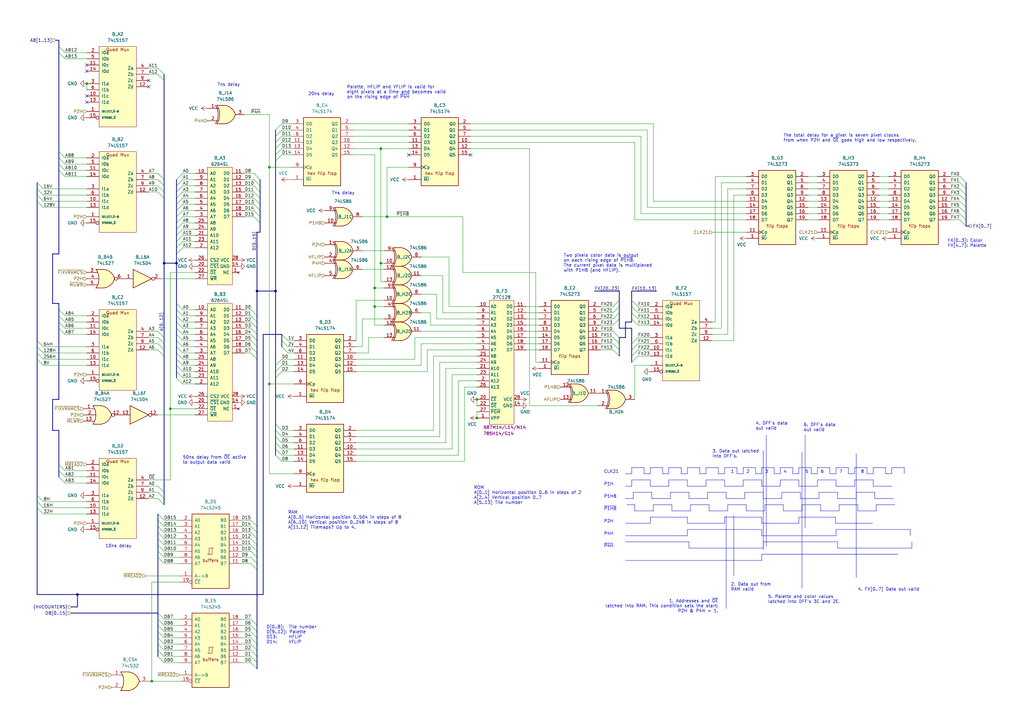
<source format=kicad_sch>
(kicad_sch (version 20231120) (generator "eeschema") (generator_version "8.0")
  (paper "A3")
  (title_block (title "Twin 16") (date "2024-08-04") (company "Konami GX687 / GX785") (comment 1 "Ulf Skutnabba, twitter: @skutis77"))
  (junction (at 110.49 157.48))
  (junction (at 110.49 68.58))
  (junction (at 62.23 279.4))
  (junction (at 156.21 107.95))
  (junction (at 67.31 107.95))
  (junction (at 69.85 167.64))
  (junction (at 153.67 118.11))
  (junction (at 35.56 34.29))
  (junction (at 72.39 107.95))
  (junction (at 158.75 88.9))
  (junction (at 153.67 125.73))
  (junction (at 156.21 60.96))
  (junction (at 195.58 171.45))
  (junction (at 195.58 163.83))
  (junction (at 31.75 243.84))
  (junction (at 113.03 119.38))
  (junction (at 105.41 119.38))
  (no_connect (at 35.56 29.21))
  (no_connect (at 35.56 41.91))
  (no_connect (at 35.56 39.37))
  (no_connect (at 35.56 26.67))
  (no_connect (at 167.64 63.5))
  (no_connect (at 193.04 63.5))
  (no_connect (at 60.96 35.56))
  (no_connect (at 60.96 33.02))
  (bus_entry (at 102.87 231.14) (size 2.54 2.54))
  (bus_entry (at 251.46 135.89) (size 2.54 2.54))
  (bus_entry (at 113.03 58.42) (size 2.54 -2.54))
  (bus_entry (at 72.39 78.74) (size 2.54 -2.54))
  (bus_entry (at 67.31 223.52) (size -2.54 -2.54))
  (bus_entry (at 102.87 134.62) (size 2.54 2.54))
  (bus_entry (at 72.39 152.4) (size 2.54 2.54))
  (bus_entry (at 102.87 137.16) (size 2.54 2.54))
  (bus_entry (at 102.87 266.7) (size 2.54 2.54))
  (bus_entry (at 15.24 203.2) (size 2.54 2.54))
  (bus_entry (at 24.13 127) (size 2.54 2.54))
  (bus_entry (at 113.03 53.34) (size 2.54 -2.54))
  (bus_entry (at 104.14 83.82) (size 2.54 2.54))
  (bus_entry (at 24.13 62.23) (size 2.54 2.54))
  (bus_entry (at 113.03 152.4) (size 2.54 -2.54))
  (bus_entry (at 102.87 223.52) (size 2.54 2.54))
  (bus_entry (at 67.31 228.6) (size -2.54 -2.54))
  (bus_entry (at 72.39 88.9) (size 2.54 -2.54))
  (bus_entry (at 102.87 139.7) (size 2.54 2.54))
  (bus_entry (at 72.39 137.16) (size 2.54 2.54))
  (bus_entry (at 72.39 144.78) (size 2.54 2.54))
  (bus_entry (at 251.46 138.43) (size 2.54 2.54))
  (bus_entry (at 259.08 146.05) (size 2.54 -2.54))
  (bus_entry (at 102.87 271.78) (size 2.54 2.54))
  (bus_entry (at 72.39 83.82) (size 2.54 -2.54))
  (bus_entry (at 67.31 213.36) (size -2.54 -2.54))
  (bus_entry (at 393.7 74.93) (size 2.54 2.54))
  (bus_entry (at 64.77 140.97) (size 2.54 2.54))
  (bus_entry (at 67.31 269.24) (size -2.54 -2.54))
  (bus_entry (at 72.39 154.94) (size 2.54 2.54))
  (bus_entry (at 64.77 30.48) (size 2.54 2.54))
  (bus_entry (at 104.14 76.2) (size 2.54 2.54))
  (bus_entry (at 113.03 60.96) (size 2.54 -2.54))
  (bus_entry (at 113.03 184.15) (size 2.54 2.54))
  (bus_entry (at 113.03 173.99) (size 2.54 2.54))
  (bus_entry (at 15.24 147.32) (size 2.54 2.54))
  (bus_entry (at 72.39 86.36) (size 2.54 -2.54))
  (bus_entry (at 113.03 149.86) (size 2.54 -2.54))
  (bus_entry (at 115.57 142.24) (size 2.54 2.54))
  (bus_entry (at 102.87 215.9) (size 2.54 2.54))
  (bus_entry (at 72.39 73.66) (size 2.54 -2.54))
  (bus_entry (at 72.39 134.62) (size 2.54 2.54))
  (bus_entry (at 64.77 138.43) (size 2.54 2.54))
  (bus_entry (at 102.87 261.62) (size 2.54 2.54))
  (bus_entry (at 393.7 72.39) (size 2.54 2.54))
  (bus_entry (at 67.31 261.62) (size -2.54 -2.54))
  (bus_entry (at 104.14 78.74) (size 2.54 2.54))
  (bus_entry (at 24.13 129.54) (size 2.54 2.54))
  (bus_entry (at 72.39 149.86) (size 2.54 2.54))
  (bus_entry (at 104.14 71.12) (size 2.54 2.54))
  (bus_entry (at 259.08 123.19) (size 2.54 2.54))
  (bus_entry (at 24.13 193.04) (size 2.54 2.54))
  (bus_entry (at 72.39 101.6) (size 2.54 -2.54))
  (bus_entry (at 113.03 186.69) (size 2.54 2.54))
  (bus_entry (at 24.13 21.59) (size 2.54 2.54))
  (bus_entry (at 24.13 64.77) (size 2.54 2.54))
  (bus_entry (at 102.87 220.98) (size 2.54 2.54))
  (bus_entry (at 393.7 85.09) (size 2.54 2.54))
  (bus_entry (at 67.31 226.06) (size -2.54 -2.54))
  (bus_entry (at 72.39 96.52) (size 2.54 -2.54))
  (bus_entry (at 72.39 147.32) (size 2.54 2.54))
  (bus_entry (at 113.03 154.94) (size 2.54 -2.54))
  (bus_entry (at 15.24 142.24) (size 2.54 2.54))
  (bus_entry (at 72.39 127) (size 2.54 2.54))
  (bus_entry (at 72.39 139.7) (size 2.54 2.54))
  (bus_entry (at 15.24 80.01) (size 2.54 2.54))
  (bus_entry (at 15.24 208.28) (size 2.54 2.54))
  (bus_entry (at 259.08 125.73) (size 2.54 2.54))
  (bus_entry (at 113.03 176.53) (size 2.54 2.54))
  (bus_entry (at 24.13 19.05) (size 2.54 2.54))
  (bus_entry (at 104.14 73.66) (size 2.54 2.54))
  (bus_entry (at 259.08 130.81) (size 2.54 2.54))
  (bus_entry (at 251.46 125.73) (size 2.54 -2.54))
  (bus_entry (at 102.87 228.6) (size 2.54 2.54))
  (bus_entry (at 64.77 143.51) (size 2.54 2.54))
  (bus_entry (at 64.77 201.93) (size 2.54 2.54))
  (bus_entry (at 72.39 142.24) (size 2.54 2.54))
  (bus_entry (at 113.03 55.88) (size 2.54 -2.54))
  (bus_entry (at 102.87 256.54) (size 2.54 2.54))
  (bus_entry (at 113.03 63.5) (size 2.54 -2.54))
  (bus_entry (at 102.87 264.16) (size 2.54 2.54))
  (bus_entry (at 393.7 82.55) (size 2.54 2.54))
  (bus_entry (at 113.03 66.04) (size 2.54 -2.54))
  (bus_entry (at 67.31 254) (size -2.54 -2.54))
  (bus_entry (at 24.13 69.85) (size 2.54 2.54))
  (bus_entry (at 67.31 266.7) (size -2.54 -2.54))
  (bus_entry (at 24.13 190.5) (size 2.54 2.54))
  (bus_entry (at 67.31 271.78) (size -2.54 -2.54))
  (bus_entry (at 15.24 139.7) (size 2.54 2.54))
  (bus_entry (at 102.87 142.24) (size 2.54 2.54))
  (bus_entry (at 259.08 128.27) (size 2.54 2.54))
  (bus_entry (at 102.87 144.78) (size 2.54 2.54))
  (bus_entry (at 102.87 259.08) (size 2.54 2.54))
  (bus_entry (at 251.46 143.51) (size 2.54 2.54))
  (bus_entry (at 259.08 140.97) (size 2.54 -2.54))
  (bus_entry (at 67.31 264.16) (size -2.54 -2.54))
  (bus_entry (at 15.24 205.74) (size 2.54 2.54))
  (bus_entry (at 102.87 218.44) (size 2.54 2.54))
  (bus_entry (at 15.24 74.93) (size 2.54 2.54))
  (bus_entry (at 104.14 86.36) (size 2.54 2.54))
  (bus_entry (at 251.46 133.35) (size 2.54 -2.54))
  (bus_entry (at 72.39 129.54) (size 2.54 2.54))
  (bus_entry (at 259.08 143.51) (size 2.54 -2.54))
  (bus_entry (at 104.14 88.9) (size 2.54 2.54))
  (bus_entry (at 64.77 78.74) (size 2.54 2.54))
  (bus_entry (at 67.31 218.44) (size -2.54 -2.54))
  (bus_entry (at 72.39 91.44) (size 2.54 -2.54))
  (bus_entry (at 102.87 269.24) (size 2.54 2.54))
  (bus_entry (at 24.13 195.58) (size 2.54 2.54))
  (bus_entry (at 259.08 148.59) (size 2.54 -2.54))
  (bus_entry (at 64.77 71.12) (size 2.54 2.54))
  (bus_entry (at 393.7 77.47) (size 2.54 2.54))
  (bus_entry (at 102.87 226.06) (size 2.54 2.54))
  (bus_entry (at 102.87 132.08) (size 2.54 2.54))
  (bus_entry (at 393.7 87.63) (size 2.54 2.54))
  (bus_entry (at 393.7 90.17) (size 2.54 2.54))
  (bus_entry (at 113.03 181.61) (size 2.54 2.54))
  (bus_entry (at 67.31 215.9) (size -2.54 -2.54))
  (bus_entry (at 115.57 137.16) (size 2.54 2.54))
  (bus_entry (at 64.77 76.2) (size 2.54 2.54))
  (bus_entry (at 24.13 132.08) (size 2.54 2.54))
  (bus_entry (at 64.77 199.39) (size 2.54 2.54))
  (bus_entry (at 104.14 81.28) (size 2.54 2.54))
  (bus_entry (at 72.39 81.28) (size 2.54 -2.54))
  (bus_entry (at 251.46 130.81) (size 2.54 -2.54))
  (bus_entry (at 72.39 132.08) (size 2.54 2.54))
  (bus_entry (at 67.31 231.14) (size -2.54 -2.54))
  (bus_entry (at 115.57 139.7) (size 2.54 2.54))
  (bus_entry (at 24.13 134.62) (size 2.54 2.54))
  (bus_entry (at 113.03 179.07) (size 2.54 2.54))
  (bus_entry (at 393.7 80.01) (size 2.54 2.54))
  (bus_entry (at 251.46 128.27) (size 2.54 -2.54))
  (bus_entry (at 102.87 254) (size 2.54 2.54))
  (bus_entry (at 24.13 67.31) (size 2.54 2.54))
  (bus_entry (at 64.77 73.66) (size 2.54 2.54))
  (bus_entry (at 102.87 129.54) (size 2.54 2.54))
  (bus_entry (at 102.87 127) (size 2.54 2.54))
  (bus_entry (at 15.24 77.47) (size 2.54 2.54))
  (bus_entry (at 67.31 220.98) (size -2.54 -2.54))
  (bus_entry (at 72.39 104.14) (size 2.54 -2.54))
  (bus_entry (at 72.39 99.06) (size 2.54 -2.54))
  (bus_entry (at 64.77 204.47) (size 2.54 2.54))
  (bus_entry (at 64.77 27.94) (size 2.54 2.54))
  (bus_entry (at 67.31 256.54) (size -2.54 -2.54))
  (bus_entry (at 72.39 93.98) (size 2.54 -2.54))
  (bus_entry (at 72.39 124.46) (size 2.54 2.54))
  (bus_entry (at 251.46 140.97) (size 2.54 2.54))
  (bus_entry (at 64.77 135.89) (size 2.54 2.54))
  (bus_entry (at 102.87 213.36) (size 2.54 2.54))
  (bus_entry (at 15.24 144.78) (size 2.54 2.54))
  (bus_entry (at 72.39 76.2) (size 2.54 -2.54))
  (bus_entry (at 67.31 259.08) (size -2.54 -2.54))
  (bus_entry (at 15.24 82.55) (size 2.54 2.54))
  (wire (pts (xy 189.865 111.76) (xy 219.71 111.76)))
  (wire (pts (xy 74.93 96.52) (xy 80.01 96.52)))
  (wire (pts (xy 110.49 68.58) (xy 110.49 157.48)))
  (polyline (pts (xy 320.04 194.31) (xy 320.04 191.77)) (stroke (width 0) (type solid)))
  (wire (pts (xy 153.67 63.5) (xy 153.67 118.11)))
  (polyline (pts (xy 281.94 217.17) (xy 312.42 217.17)) (stroke (width 0) (type solid)))
  (wire (pts (xy 74.93 152.4) (xy 80.01 152.4)))
  (polyline (pts (xy 256.54 229.87) (xy 312.42 229.87)) (stroke (width 0) (type solid)))
  (polyline (pts (xy 274.32 199.39) (xy 274.32 196.85)) (stroke (width 0) (type solid)))
  (wire (pts (xy 293.37 72.39) (xy 306.07 72.39)))
  (polyline (pts (xy 297.18 191.77) (xy 302.26 191.77)) (stroke (width 0) (type solid)))
  (wire (pts (xy 74.93 71.12) (xy 80.01 71.12)))
  (bus (pts (xy 105.41 137.16) (xy 105.41 139.7)))
  (polyline (pts (xy 317.5 194.31) (xy 320.04 194.31)) (stroke (width 0) (type solid)))
  (wire (pts (xy 99.06 254) (xy 102.87 254)))
  (wire (pts (xy 360.68 85.09) (xy 364.49 85.09)))
  (wire (pts (xy 300.99 80.01) (xy 306.07 80.01)))
  (polyline (pts (xy 321.31 207.01) (xy 321.31 209.55)) (stroke (width 0) (type solid)))
  (wire (pts (xy 60.96 138.43) (xy 64.77 138.43)))
  (polyline (pts (xy 306.07 207.01) (xy 306.07 209.55)) (stroke (width 0) (type solid)))
  (bus (pts (xy 64.77 218.44) (xy 64.77 220.98)))
  (wire (pts (xy 99.06 213.36) (xy 102.87 213.36)))
  (wire (pts (xy 74.93 83.82) (xy 80.01 83.82)))
  (bus (pts (xy 72.39 78.74) (xy 72.39 81.28)))
  (wire (pts (xy 148.59 142.24) (xy 148.59 130.81)))
  (wire (pts (xy 295.91 134.62) (xy 295.91 74.93)))
  (wire (pts (xy 73.66 261.62) (xy 67.31 261.62)))
  (wire (pts (xy 220.98 130.81) (xy 215.9 130.81)))
  (polyline (pts (xy 336.55 207.01) (xy 336.55 209.55)) (stroke (width 0) (type solid)))
  (wire (pts (xy 26.67 132.08) (xy 35.56 132.08)))
  (wire (pts (xy 60.96 143.51) (xy 64.77 143.51)))
  (bus (pts (xy 15.24 142.24) (xy 15.24 144.78)))
  (wire (pts (xy 261.62 130.81) (xy 266.7 130.81)))
  (wire (pts (xy 118.11 144.78) (xy 120.65 144.78)))
  (bus (pts (xy 24.13 69.85) (xy 24.13 104.14)))
  (polyline (pts (xy 312.42 227.33) (xy 312.42 229.87)) (stroke (width 0) (type solid)))
  (polyline (pts (xy 363.22 194.31) (xy 365.76 194.31)) (stroke (width 0) (type solid)))
  (wire (pts (xy 260.35 149.86) (xy 260.35 163.83)))
  (bus (pts (xy 254 123.19) (xy 254 125.73)))
  (wire (pts (xy 100.33 78.74) (xy 104.14 78.74)))
  (polyline (pts (xy 312.42 214.63) (xy 312.42 212.09)) (stroke (width 0) (type solid)))
  (polyline (pts (xy 342.9 219.71) (xy 342.9 217.17)) (stroke (width 0) (type solid)))
  (wire (pts (xy 99.06 266.7) (xy 102.87 266.7)))
  (wire (pts (xy 220.98 140.97) (xy 215.9 140.97)))
  (wire (pts (xy 246.38 130.81) (xy 251.46 130.81)))
  (polyline (pts (xy 327.66 199.39) (xy 327.66 196.85)) (stroke (width 0) (type solid)))
  (wire (pts (xy 292.1 134.62) (xy 295.91 134.62)))
  (polyline (pts (xy 370.84 191.77) (xy 370.84 194.31)) (stroke (width 0) (type solid)))
  (wire (pts (xy 182.88 151.13) (xy 195.58 151.13)))
  (wire (pts (xy 144.78 58.42) (xy 167.64 58.42)))
  (polyline (pts (xy 332.74 191.77) (xy 332.74 194.31)) (stroke (width 0) (type solid)))
  (polyline (pts (xy 350.52 196.85) (xy 358.14 196.85)) (stroke (width 0) (type solid)))
  (bus (pts (xy 259.08 119.38) (xy 269.24 119.38)))
  (polyline (pts (xy 328.295 204.47) (xy 328.295 201.93)) (stroke (width 0) (type solid)))
  (wire (pts (xy 74.93 139.7) (xy 80.01 139.7)))
  (polyline (pts (xy 302.26 194.31) (xy 304.8 194.31)) (stroke (width 0) (type solid)))
  (wire (pts (xy 110.49 46.99) (xy 100.33 46.99)))
  (polyline (pts (xy 283.21 207.01) (xy 283.21 209.55)) (stroke (width 0) (type solid)))
  (bus (pts (xy 72.39 132.08) (xy 72.39 134.62)))
  (polyline (pts (xy 297.18 214.63) (xy 297.18 212.09)) (stroke (width 0) (type solid)))
  (wire (pts (xy 74.93 93.98) (xy 80.01 93.98)))
  (polyline (pts (xy 297.18 212.09) (xy 312.42 212.09)) (stroke (width 0) (type solid)))
  (wire (pts (xy 151.13 138.43) (xy 157.48 138.43)))
  (bus (pts (xy 105.41 231.14) (xy 105.41 233.68)))
  (wire (pts (xy 146.05 176.53) (xy 177.8 176.53)))
  (wire (pts (xy 189.865 111.76) (xy 189.865 88.9)))
  (bus (pts (xy 72.39 83.82) (xy 72.39 86.36)))
  (wire (pts (xy 158.75 88.9) (xy 189.865 88.9)))
  (polyline (pts (xy 313.055 204.47) (xy 313.055 201.93)) (stroke (width 0) (type solid)))
  (bus (pts (xy 67.31 107.95) (xy 67.31 138.43)))
  (wire (pts (xy 99.06 223.52) (xy 102.87 223.52)))
  (wire (pts (xy 331.47 72.39) (xy 335.28 72.39)))
  (polyline (pts (xy 312.42 194.31) (xy 312.42 191.77)) (stroke (width 0) (type solid)))
  (wire (pts (xy 74.93 99.06) (xy 80.01 99.06)))
  (polyline (pts (xy 297.815 204.47) (xy 297.815 201.93)) (stroke (width 0) (type solid)))
  (bus (pts (xy 24.13 127) (xy 24.13 129.54)))
  (wire (pts (xy 185.42 153.67) (xy 195.58 153.67)))
  (wire (pts (xy 69.85 111.76) (xy 80.01 111.76)))
  (polyline (pts (xy 275.59 207.01) (xy 275.59 209.55)) (stroke (width 0) (type solid)))
  (bus (pts (xy 254 134.62) (xy 259.08 134.62)))
  (polyline (pts (xy 297.18 199.39) (xy 297.18 196.85)) (stroke (width 0) (type solid)))
  (wire (pts (xy 26.67 21.59) (xy 35.56 21.59)))
  (polyline (pts (xy 259.08 191.77) (xy 264.16 191.77)) (stroke (width 0) (type solid)))
  (bus (pts (xy 24.13 21.59) (xy 24.13 62.23)))
  (wire (pts (xy 73.66 218.44) (xy 67.31 218.44)))
  (polyline (pts (xy 342.9 194.31) (xy 342.9 191.77)) (stroke (width 0) (type solid)))
  (bus (pts (xy 72.39 88.9) (xy 72.39 91.44)))
  (polyline (pts (xy 279.4 191.77) (xy 279.4 194.31)) (stroke (width 0) (type solid)))
  (polyline (pts (xy 309.88 194.31) (xy 312.42 194.31)) (stroke (width 0) (type solid)))
  (polyline (pts (xy 312.42 219.71) (xy 312.42 217.17)) (stroke (width 0) (type solid)))
  (polyline (pts (xy 342.6895 214.63) (xy 357.9295 214.63)) (stroke (width 0) (type solid)))
  (bus (pts (xy 72.39 124.46) (xy 72.39 127)))
  (wire (pts (xy 144.78 60.96) (xy 156.21 60.96)))
  (bus (pts (xy 72.39 99.06) (xy 72.39 101.6)))
  (bus (pts (xy 67.31 204.47) (xy 67.31 207.01)))
  (bus (pts (xy 256.54 138.43) (xy 256.54 132.08)))
  (wire (pts (xy 193.04 58.42) (xy 260.35 58.42)))
  (polyline (pts (xy 335.28 191.77) (xy 340.36 191.77)) (stroke (width 0) (type solid)))
  (bus (pts (xy 15.24 243.84) (xy 15.24 208.28)))
  (polyline (pts (xy 358.14 191.77) (xy 363.22 191.77)) (stroke (width 0) (type solid)))
  (wire (pts (xy 26.67 64.77) (xy 35.56 64.77)))
  (bus (pts (xy 254 146.05) (xy 254 143.51)))
  (wire (pts (xy 261.62 133.35) (xy 266.7 133.35)))
  (wire (pts (xy 146.05 123.19) (xy 146.05 139.7)))
  (polyline (pts (xy 332.74 194.31) (xy 335.28 194.31)) (stroke (width 0) (type solid)))
  (wire (pts (xy 148.59 88.9) (xy 158.75 88.9)))
  (bus (pts (xy 31.75 248.92) (xy 31.75 243.84)))
  (bus (pts (xy 72.39 81.28) (xy 72.39 83.82)))
  (wire (pts (xy 99.06 220.98) (xy 102.87 220.98)))
  (wire (pts (xy 260.35 90.17) (xy 306.07 90.17)))
  (wire (pts (xy 176.53 128.27) (xy 176.53 133.35)))
  (bus (pts (xy 24.13 193.04) (xy 24.13 195.58)))
  (polyline (pts (xy 275.59 209.55) (xy 283.21 209.55)) (stroke (width 0) (type solid)))
  (wire (pts (xy 195.58 128.27) (xy 181.61 128.27)))
  (bus (pts (xy 115.57 142.24) (xy 115.57 139.7)))
  (bus (pts (xy 24.13 176.53) (xy 24.13 190.5)))
  (wire (pts (xy 17.78 149.86) (xy 35.56 149.86)))
  (polyline (pts (xy 350.52 191.77) (xy 355.6 191.77)) (stroke (width 0) (type solid)))
  (wire (pts (xy 64.77 170.18) (xy 80.01 170.18)))
  (wire (pts (xy 156.21 60.96) (xy 167.64 60.96)))
  (wire (pts (xy 73.66 238.76) (xy 62.23 238.76)))
  (wire (pts (xy 148.59 102.87) (xy 157.48 102.87)))
  (wire (pts (xy 74.93 73.66) (xy 80.01 73.66)))
  (polyline (pts (xy 256.54 194.31) (xy 259.08 194.31)) (stroke (width 0) (type solid)))
  (wire (pts (xy 360.68 82.55) (xy 364.49 82.55)))
  (polyline (pts (xy 274.32 191.77) (xy 279.4 191.77)) (stroke (width 0) (type solid)))
  (bus (pts (xy 105.41 220.98) (xy 105.41 223.52)))
  (polyline (pts (xy 343.535 204.47) (xy 343.535 201.93)) (stroke (width 0) (type solid)))
  (bus (pts (xy 67.31 73.66) (xy 67.31 76.2)))
  (wire (pts (xy 158.75 88.9) (xy 158.75 68.58)))
  (bus (pts (xy 259.08 146.05) (xy 259.08 148.59)))
  (polyline (pts (xy 313.055 184.785) (xy 313.055 225.425)))
  (polyline (pts (xy 328.295 204.47) (xy 335.915 204.47)) (stroke (width 0) (type solid)))
  (polyline (pts (xy 290.195 204.47) (xy 290.195 201.93)) (stroke (width 0) (type solid)))
  (bus (pts (xy 105.41 119.38) (xy 105.41 129.54)))
  (wire (pts (xy 246.38 138.43) (xy 251.46 138.43)))
  (wire (pts (xy 331.47 87.63) (xy 335.28 87.63)))
  (wire (pts (xy 146.05 184.15) (xy 185.42 184.15)))
  (wire (pts (xy 99.06 218.44) (xy 102.87 218.44)))
  (bus (pts (xy 67.31 78.74) (xy 67.31 81.28)))
  (wire (pts (xy 74.93 132.08) (xy 80.01 132.08)))
  (wire (pts (xy 73.66 256.54) (xy 67.31 256.54)))
  (polyline (pts (xy 312.42 199.39) (xy 312.42 196.85)) (stroke (width 0) (type solid)))
  (wire (pts (xy 100.33 71.12) (xy 104.14 71.12)))
  (wire (pts (xy 73.66 269.24) (xy 67.31 269.24)))
  (wire (pts (xy 74.93 81.28) (xy 80.01 81.28)))
  (wire (pts (xy 175.26 152.4) (xy 175.26 143.51)))
  (wire (pts (xy 217.17 166.37) (xy 245.11 166.37)))
  (bus (pts (xy 106.68 95.25) (xy 105.41 95.25)))
  (bus (pts (xy 115.57 139.7) (xy 115.57 137.16)))
  (wire (pts (xy 195.58 163.83) (xy 195.58 166.37)))
  (bus (pts (xy 396.24 77.47) (xy 396.24 80.01)))
  (wire (pts (xy 60.96 71.12) (xy 64.77 71.12)))
  (polyline (pts (xy 312.42 227.33) (xy 368.3 227.33)) (stroke (width 0) (type solid)))
  (polyline (pts (xy 297.815 211.455) (xy 297.815 249.555)))
  (polyline (pts (xy 342.9 191.77) (xy 347.98 191.77)) (stroke (width 0) (type solid)))
  (bus (pts (xy 105.41 223.52) (xy 105.41 226.06)))
  (wire (pts (xy 193.04 53.34) (xy 265.43 53.34)))
  (bus (pts (xy 113.03 154.94) (xy 113.03 173.99)))
  (polyline (pts (xy 351.79 209.55) (xy 359.41 209.55)) (stroke (width 0) (type solid)))
  (wire (pts (xy 99.06 231.14) (xy 102.87 231.14)))
  (wire (pts (xy 66.04 114.3) (xy 80.01 114.3)))
  (polyline (pts (xy 365.76 194.31) (xy 365.76 191.77)) (stroke (width 0) (type solid)))
  (polyline (pts (xy 271.78 194.31) (xy 274.32 194.31)) (stroke (width 0) (type solid)))
  (polyline (pts (xy 313.055 222.25) (xy 313.055 224.79)) (stroke (width 0) (type solid)))
  (polyline (pts (xy 281.94 219.71) (xy 281.94 217.17)) (stroke (width 0) (type solid)))
  (wire (pts (xy 100.33 76.2) (xy 104.14 76.2)))
  (polyline (pts (xy 335.915 204.47) (xy 335.915 201.93)) (stroke (width 0) (type solid)))
  (wire (pts (xy 220.98 125.73) (xy 215.9 125.73)))
  (wire (pts (xy 146.05 179.07) (xy 180.34 179.07)))
  (wire (pts (xy 73.66 231.14) (xy 67.31 231.14)))
  (polyline (pts (xy 256.54 199.39) (xy 259.08 199.39)) (stroke (width 0) (type solid)))
  (bus (pts (xy 254 140.97) (xy 254 138.43)))
  (wire (pts (xy 261.62 146.05) (xy 266.7 146.05)))
  (polyline (pts (xy 343.535 204.47) (xy 351.155 204.47)) (stroke (width 0) (type solid)))
  (bus (pts (xy 254 125.73) (xy 254 128.27)))
  (wire (pts (xy 331.47 90.17) (xy 335.28 90.17)))
  (wire (pts (xy 389.89 82.55) (xy 393.7 82.55)))
  (polyline (pts (xy 281.94 191.77) (xy 287.02 191.77)) (stroke (width 0) (type solid)))
  (polyline (pts (xy 313.69 207.01) (xy 321.31 207.01)) (stroke (width 0) (type solid)))
  (bus (pts (xy 72.39 139.7) (xy 72.39 142.24)))
  (bus (pts (xy 72.39 107.95) (xy 72.39 124.46)))
  (wire (pts (xy 115.57 152.4) (xy 120.65 152.4)))
  (bus (pts (xy 67.31 140.97) (xy 67.31 143.51)))
  (polyline (pts (xy 342.6895 214.63) (xy 342.6895 212.09)) (stroke (width 0) (type solid)))
  (wire (pts (xy 265.43 53.34) (xy 265.43 85.09)))
  (polyline (pts (xy 281.94 199.39) (xy 289.56 199.39)) (stroke (width 0) (type solid)))
  (bus (pts (xy 106.68 91.44) (xy 106.68 95.25)))
  (wire (pts (xy 179.07 120.65) (xy 179.07 130.81)))
  (polyline (pts (xy 298.45 207.01) (xy 298.45 209.55)) (stroke (width 0) (type solid)))
  (wire (pts (xy 60.96 76.2) (xy 64.77 76.2)))
  (wire (pts (xy 156.21 60.96) (xy 156.21 107.95)))
  (wire (pts (xy 292.1 139.7) (xy 300.99 139.7)))
  (wire (pts (xy 17.78 210.82) (xy 35.56 210.82)))
  (bus (pts (xy 24.13 19.05) (xy 24.13 21.59)))
  (bus (pts (xy 396.24 82.55) (xy 396.24 85.09)))
  (wire (pts (xy 144.78 55.88) (xy 167.64 55.88)))
  (bus (pts (xy 72.39 73.66) (xy 72.39 76.2)))
  (bus (pts (xy 106.68 78.74) (xy 106.68 81.28)))
  (wire (pts (xy 146.05 142.24) (xy 148.59 142.24)))
  (wire (pts (xy 360.68 80.01) (xy 364.49 80.01)))
  (wire (pts (xy 187.96 156.21) (xy 195.58 156.21)))
  (polyline (pts (xy 373.38 219.71) (xy 373.38 217.17)) (stroke (width 0) (type solid)))
  (wire (pts (xy 62.23 238.76) (xy 62.23 279.4)))
  (wire (pts (xy 74.93 88.9) (xy 80.01 88.9)))
  (polyline (pts (xy 289.56 194.31) (xy 289.56 191.77)) (stroke (width 0) (type solid)))
  (bus (pts (xy 396.24 80.01) (xy 396.24 82.55)))
  (polyline (pts (xy 290.195 201.93) (xy 297.815 201.93)) (stroke (width 0) (type solid)))
  (bus (pts (xy 72.39 76.2) (xy 72.39 78.74)))
  (wire (pts (xy 99.06 264.16) (xy 102.87 264.16)))
  (polyline (pts (xy 340.36 191.77) (xy 340.36 194.31)) (stroke (width 0) (type solid)))
  (wire (pts (xy 246.38 135.89) (xy 251.46 135.89)))
  (polyline (pts (xy 287.02 191.77) (xy 287.02 194.31)) (stroke (width 0) (type solid)))
  (polyline (pts (xy 289.56 199.39) (xy 289.56 196.85)) (stroke (width 0) (type solid)))
  (wire (pts (xy 26.67 193.04) (xy 35.56 193.04)))
  (bus (pts (xy 105.41 228.6) (xy 105.41 231.14)))
  (wire (pts (xy 267.97 82.55) (xy 306.07 82.55)))
  (polyline (pts (xy 312.42 219.71) (xy 342.9 219.71)) (stroke (width 0) (type solid)))
  (wire (pts (xy 99.06 226.06) (xy 102.87 226.06)))
  (wire (pts (xy 17.78 142.24) (xy 35.56 142.24)))
  (wire (pts (xy 262.89 55.88) (xy 262.89 87.63)))
  (wire (pts (xy 144.78 53.34) (xy 167.64 53.34)))
  (polyline (pts (xy 302.26 191.77) (xy 302.26 194.31)) (stroke (width 0) (type solid)))
  (wire (pts (xy 175.26 143.51) (xy 195.58 143.51)))
  (polyline (pts (xy 259.08 199.39) (xy 259.08 196.85)) (stroke (width 0) (type solid)))
  (polyline (pts (xy 320.04 191.77) (xy 325.12 191.77)) (stroke (width 0) (type solid)))
  (polyline (pts (xy 344.17 207.01) (xy 351.79 207.01)) (stroke (width 0) (type solid)))
  (wire (pts (xy 261.62 140.97) (xy 266.7 140.97)))
  (wire (pts (xy 172.72 135.89) (xy 195.58 135.89)))
  (polyline (pts (xy 320.675 204.47) (xy 320.675 201.93)) (stroke (width 0) (type solid)))
  (polyline (pts (xy 325.12 194.31) (xy 327.66 194.31)) (stroke (width 0) (type solid)))
  (bus (pts (xy 105.41 269.24) (xy 105.41 271.78)))
  (bus (pts (xy 105.41 215.9) (xy 105.41 218.44)))
  (polyline (pts (xy 260.35 207.01) (xy 260.35 209.55)) (stroke (width 0) (type solid)))
  (wire (pts (xy 217.17 60.96) (xy 217.17 166.37)))
  (bus (pts (xy 24.13 134.62) (xy 24.13 163.83)))
  (bus (pts (xy 259.08 143.51) (xy 259.08 146.05)))
  (wire (pts (xy 115.57 176.53) (xy 120.65 176.53)))
  (polyline (pts (xy 312.42 191.77) (xy 317.5 191.77)) (stroke (width 0) (type solid)))
  (bus (pts (xy 15.24 82.55) (xy 15.24 139.7)))
  (bus (pts (xy 15.24 80.01) (xy 15.24 82.55)))
  (bus (pts (xy 105.41 271.78) (xy 105.41 274.32)))
  (wire (pts (xy 172.72 105.41) (xy 184.15 105.41)))
  (wire (pts (xy 153.67 125.73) (xy 153.67 133.35)))
  (wire (pts (xy 17.78 208.28) (xy 35.56 208.28)))
  (bus (pts (xy 113.03 181.61) (xy 113.03 184.15)))
  (wire (pts (xy 60.96 73.66) (xy 64.77 73.66)))
  (bus (pts (xy 67.31 76.2) (xy 67.31 78.74)))
  (wire (pts (xy 246.38 128.27) (xy 251.46 128.27)))
  (bus (pts (xy 15.24 203.2) (xy 15.24 205.74)))
  (polyline (pts (xy 344.17 207.01) (xy 344.17 209.55)) (stroke (width 0) (type solid)))
  (wire (pts (xy 146.05 181.61) (xy 182.88 181.61)))
  (bus (pts (xy 64.77 264.16) (xy 64.77 266.7)))
  (wire (pts (xy 193.04 50.8) (xy 267.97 50.8)))
  (bus (pts (xy 67.31 138.43) (xy 67.31 140.97)))
  (wire (pts (xy 74.93 129.54) (xy 80.01 129.54)))
  (polyline (pts (xy 363.22 191.77) (xy 363.22 194.31)) (stroke (width 0) (type solid)))
  (bus (pts (xy 64.77 251.46) (xy 64.77 254)))
  (polyline (pts (xy 297.18 199.39) (xy 304.8 199.39)) (stroke (width 0) (type solid)))
  (polyline (pts (xy 282.575 204.47) (xy 290.195 204.47)) (stroke (width 0) (type solid)))
  (wire (pts (xy 190.5 189.23) (xy 190.5 158.75)))
  (wire (pts (xy 60.96 78.74) (xy 64.77 78.74)))
  (bus (pts (xy 115.57 137.16) (xy 107.95 137.16)))
  (polyline (pts (xy 351.79 207.01) (xy 351.79 209.55)) (stroke (width 0) (type solid)))
  (wire (pts (xy 298.45 77.47) (xy 306.07 77.47)))
  (wire (pts (xy 195.58 168.91) (xy 195.58 171.45)))
  (bus (pts (xy 64.77 223.52) (xy 64.77 226.06)))
  (polyline (pts (xy 358.14 199.39) (xy 358.14 196.85)) (stroke (width 0) (type solid)))
  (polyline (pts (xy 274.32 196.85) (xy 281.94 196.85)) (stroke (width 0) (type solid)))
  (polyline (pts (xy 355.6 191.77) (xy 355.6 194.31)) (stroke (width 0) (type solid)))
  (wire (pts (xy 170.18 138.43) (xy 170.18 147.32)))
  (polyline (pts (xy 297.815 204.47) (xy 305.435 204.47)) (stroke (width 0) (type solid)))
  (bus (pts (xy 15.24 205.74) (xy 15.24 208.28)))
  (wire (pts (xy 100.33 144.78) (xy 102.87 144.78)))
  (wire (pts (xy 184.15 105.41) (xy 184.15 125.73)))
  (polyline (pts (xy 298.45 207.01) (xy 306.07 207.01)) (stroke (width 0) (type solid)))
  (polyline (pts (xy 259.08 196.85) (xy 266.7 196.85)) (stroke (width 0) (type solid)))
  (wire (pts (xy 100.33 83.82) (xy 104.14 83.82)))
  (wire (pts (xy 100.33 81.28) (xy 104.14 81.28)))
  (polyline (pts (xy 342.9 199.39) (xy 350.52 199.39)) (stroke (width 0) (type solid)))
  (wire (pts (xy 179.07 130.81) (xy 195.58 130.81)))
  (bus (pts (xy 259.08 132.08) (xy 259.08 130.81)))
  (polyline (pts (xy 306.07 209.55) (xy 313.69 209.55)) (stroke (width 0) (type solid)))
  (bus (pts (xy 67.31 146.05) (xy 67.31 201.93)))
  (bus (pts (xy 396.24 74.93) (xy 396.24 77.47)))
  (wire (pts (xy 118.11 142.24) (xy 120.65 142.24)))
  (bus (pts (xy 72.39 152.4) (xy 72.39 154.94)))
  (polyline (pts (xy 347.98 194.31) (xy 350.52 194.31)) (stroke (width 0) (type solid)))
  (polyline (pts (xy 335.915 201.93) (xy 343.535 201.93)) (stroke (width 0) (type solid)))
  (polyline (pts (xy 256.54 222.25) (xy 282.575 222.25)) (stroke (width 0) (type solid)))
  (wire (pts (xy 153.67 133.35) (xy 157.48 133.35)))
  (wire (pts (xy 220.98 133.35) (xy 215.9 133.35)))
  (wire (pts (xy 262.89 87.63) (xy 306.07 87.63)))
  (bus (pts (xy 113.03 152.4) (xy 113.03 154.94)))
  (wire (pts (xy 151.13 144.78) (xy 151.13 138.43)))
  (wire (pts (xy 73.66 266.7) (xy 67.31 266.7)))
  (wire (pts (xy 115.57 60.96) (xy 119.38 60.96)))
  (polyline (pts (xy 351.155 186.055) (xy 351.155 236.855)))
  (wire (pts (xy 74.93 142.24) (xy 80.01 142.24)))
  (bus (pts (xy 24.13 190.5) (xy 24.13 193.04)))
  (bus (pts (xy 105.41 129.54) (xy 105.41 132.08)))
  (polyline (pts (xy 328.93 207.01) (xy 328.93 209.55)) (stroke (width 0) (type solid)))
  (wire (pts (xy 69.85 167.64) (xy 80.01 167.64)))
  (bus (pts (xy 64.77 215.9) (xy 64.77 218.44)))
  (polyline (pts (xy 287.02 194.31) (xy 289.56 194.31)) (stroke (width 0) (type solid)))
  (wire (pts (xy 331.47 77.47) (xy 335.28 77.47)))
  (wire (pts (xy 153.67 118.11) (xy 157.48 118.11)))
  (wire (pts (xy 26.67 69.85) (xy 35.56 69.85)))
  (bus (pts (xy 24.13 129.54) (xy 24.13 132.08)))
  (bus (pts (xy 396.24 92.71) (xy 397.51 92.71)))
  (polyline (pts (xy 297.18 194.31) (xy 297.18 191.77)) (stroke (width 0) (type solid)))
  (wire (pts (xy 180.34 179.07) (xy 180.34 148.59)))
  (wire (pts (xy 260.35 58.42) (xy 260.35 90.17)))
  (bus (pts (xy 105.41 264.16) (xy 105.41 266.7)))
  (polyline (pts (xy 374.015 222.25) (xy 374.015 224.79)) (stroke (width 0) (type solid)))
  (polyline (pts (xy 365.76 191.77) (xy 370.84 191.77)) (stroke (width 0) (type solid)))
  (wire (pts (xy 110.49 194.31) (xy 110.49 157.48)))
  (polyline (pts (xy 259.08 194.31) (xy 259.08 191.77)) (stroke (width 0) (type solid)))
  (wire (pts (xy 389.89 80.01) (xy 393.7 80.01)))
  (polyline (pts (xy 320.675 201.93) (xy 328.295 201.93)) (stroke (width 0) (type solid)))
  (polyline (pts (xy 271.78 191.77) (xy 271.78 194.31)) (stroke (width 0) (type solid)))
  (wire (pts (xy 17.78 85.09) (xy 35.56 85.09)))
  (bus (pts (xy 106.68 76.2) (xy 106.68 78.74)))
  (wire (pts (xy 172.72 128.27) (xy 176.53 128.27)))
  (bus (pts (xy 113.03 55.88) (xy 113.03 58.42)))
  (bus (pts (xy 24.13 67.31) (xy 24.13 69.85)))
  (polyline (pts (xy 328.93 185.42) (xy 328.93 241.3)))
  (bus (pts (xy 67.31 201.93) (xy 67.31 204.47)))
  (polyline (pts (xy 304.8 199.39) (xy 304.8 196.85)) (stroke (width 0) (type solid)))
  (bus (pts (xy 24.13 176.53) (xy 21.59 176.53)))
  (wire (pts (xy 115.57 50.8) (xy 119.38 50.8)))
  (polyline (pts (xy 304.8 194.31) (xy 304.8 191.77)) (stroke (width 0) (type solid)))
  (wire (pts (xy 73.66 215.9) (xy 67.31 215.9)))
  (wire (pts (xy 260.35 149.86) (xy 266.7 149.86)))
  (wire (pts (xy 148.59 110.49) (xy 157.48 110.49)))
  (wire (pts (xy 331.47 74.93) (xy 335.28 74.93)))
  (wire (pts (xy 73.66 226.06) (xy 67.31 226.06)))
  (wire (pts (xy 170.18 147.32) (xy 146.05 147.32)))
  (bus (pts (xy 29.21 248.92) (xy 31.75 248.92)))
  (wire (pts (xy 60.96 27.94) (xy 64.77 27.94)))
  (polyline (pts (xy 259.715 204.47) (xy 259.715 201.93)) (stroke (width 0) (type solid)))
  (wire (pts (xy 331.47 80.01) (xy 335.28 80.01)))
  (bus (pts (xy 72.39 101.6) (xy 72.39 104.14)))
  (polyline (pts (xy 359.41 207.01) (xy 367.03 207.01)) (stroke (width 0) (type solid)))
  (wire (pts (xy 26.67 137.16) (xy 35.56 137.16)))
  (wire (pts (xy 389.89 87.63) (xy 393.7 87.63)))
  (wire (pts (xy 26.67 134.62) (xy 35.56 134.62)))
  (polyline (pts (xy 294.64 191.77) (xy 294.64 194.31)) (stroke (width 0) (type solid)))
  (wire (pts (xy 182.88 181.61) (xy 182.88 151.13)))
  (bus (pts (xy 113.03 179.07) (xy 113.03 181.61)))
  (polyline (pts (xy 304.8 196.85) (xy 312.42 196.85)) (stroke (width 0) (type solid)))
  (wire (pts (xy 220.98 138.43) (xy 215.9 138.43)))
  (bus (pts (xy 105.41 218.44) (xy 105.41 220.98)))
  (wire (pts (xy 60.96 204.47) (xy 64.77 204.47)))
  (polyline (pts (xy 312.42 214.63) (xy 327.66 214.63)) (stroke (width 0) (type solid)))
  (bus (pts (xy 64.77 256.54) (xy 64.77 259.08)))
  (wire (pts (xy 115.57 53.34) (xy 119.38 53.34)))
  (bus (pts (xy 64.77 259.08) (xy 64.77 261.62)))
  (wire (pts (xy 158.75 68.58) (xy 167.64 68.58)))
  (bus (pts (xy 259.08 140.97) (xy 259.08 134.62)))
  (polyline (pts (xy 274.955 204.47) (xy 274.955 201.93)) (stroke (width 0) (type solid)))
  (polyline (pts (xy 290.83 207.01) (xy 290.83 209.55)) (stroke (width 0) (type solid)))
  (polyline (pts (xy 312.42 199.39) (xy 320.04 199.39)) (stroke (width 0) (type solid)))
  (wire (pts (xy 60.96 30.48) (xy 64.77 30.48)))
  (bus (pts (xy 105.41 226.06) (xy 105.41 228.6)))
  (wire (pts (xy 17.78 147.32) (xy 35.56 147.32)))
  (bus (pts (xy 72.39 147.32) (xy 72.39 149.86)))
  (wire (pts (xy 146.05 189.23) (xy 190.5 189.23)))
  (bus (pts (xy 21.59 163.83) (xy 24.13 163.83)))
  (wire (pts (xy 219.71 148.59) (xy 220.98 148.59)))
  (wire (pts (xy 100.33 142.24) (xy 102.87 142.24)))
  (bus (pts (xy 105.41 144.78) (xy 105.41 147.32)))
  (bus (pts (xy 15.24 144.78) (xy 15.24 147.32)))
  (bus (pts (xy 72.39 86.36) (xy 72.39 88.9)))
  (polyline (pts (xy 264.16 194.31) (xy 266.7 194.31)) (stroke (width 0) (type solid)))
  (bus (pts (xy 105.41 119.38) (xy 113.03 119.38)))
  (wire (pts (xy 115.57 63.5) (xy 119.38 63.5)))
  (polyline (pts (xy 305.435 201.93) (xy 313.055 201.93)) (stroke (width 0) (type solid)))
  (bus (pts (xy 15.24 77.47) (xy 15.24 80.01)))
  (wire (pts (xy 74.93 76.2) (xy 80.01 76.2)))
  (polyline (pts (xy 281.94 199.39) (xy 281.94 196.85)) (stroke (width 0) (type solid)))
  (bus (pts (xy 72.39 142.24) (xy 72.39 144.78)))
  (wire (pts (xy 100.33 139.7) (xy 102.87 139.7)))
  (wire (pts (xy 115.57 58.42) (xy 119.38 58.42)))
  (wire (pts (xy 26.67 72.39) (xy 35.56 72.39)))
  (polyline (pts (xy 282.575 224.79) (xy 313.055 224.79)) (stroke (width 0) (type solid)))
  (polyline (pts (xy 281.94 214.63) (xy 297.18 214.63)) (stroke (width 0) (type solid)))
  (bus (pts (xy 72.39 91.44) (xy 72.39 93.98)))
  (bus (pts (xy 105.41 259.08) (xy 105.41 261.62)))
  (bus (pts (xy 72.39 96.52) (xy 72.39 99.06)))
  (bus (pts (xy 105.41 233.68) (xy 105.41 256.54)))
  (polyline (pts (xy 350.52 199.39) (xy 350.52 196.85)) (stroke (width 0) (type solid)))
  (bus (pts (xy 113.03 53.34) (xy 113.03 55.88)))
  (wire (pts (xy 99.06 228.6) (xy 102.87 228.6)))
  (wire (pts (xy 185.42 184.15) (xy 185.42 153.67)))
  (wire (pts (xy 292.1 137.16) (xy 298.45 137.16)))
  (wire (pts (xy 60.96 135.89) (xy 64.77 135.89)))
  (polyline (pts (xy 266.7 199.39) (xy 274.32 199.39)) (stroke (width 0) (type solid)))
  (polyline (pts (xy 321.31 209.55) (xy 328.93 209.55)) (stroke (width 0) (type solid)))
  (bus (pts (xy 67.31 81.28) (xy 67.31 107.95)))
  (wire (pts (xy 360.68 90.17) (xy 364.49 90.17)))
  (wire (pts (xy 156.21 115.57) (xy 157.48 115.57)))
  (polyline (pts (xy 359.41 207.01) (xy 359.41 209.55)) (stroke (width 0) (type solid)))
  (bus (pts (xy 106.68 88.9) (xy 106.68 91.44)))
  (wire (pts (xy 115.57 149.86) (xy 120.65 149.86)))
  (bus (pts (xy 106.68 83.82) (xy 106.68 86.36)))
  (polyline (pts (xy 304.8 191.77) (xy 309.88 191.77)) (stroke (width 0) (type solid)))
  (polyline (pts (xy 358.775 204.47) (xy 366.395 204.47)) (stroke (width 0) (type solid)))
  (polyline (pts (xy 313.055 204.47) (xy 320.675 204.47)) (stroke (width 0) (type solid)))
  (wire (pts (xy 26.67 198.12) (xy 35.56 198.12)))
  (polyline (pts (xy 358.14 199.39) (xy 365.76 199.39)) (stroke (width 0) (type solid)))
  (wire (pts (xy 193.04 60.96) (xy 217.17 60.96)))
  (wire (pts (xy 115.57 179.07) (xy 120.65 179.07)))
  (polyline (pts (xy 290.83 209.55) (xy 298.45 209.55)) (stroke (width 0) (type solid)))
  (wire (pts (xy 219.71 111.76) (xy 219.71 148.59)))
  (polyline (pts (xy 309.88 191.77) (xy 309.88 194.31)) (stroke (width 0) (type solid)))
  (bus (pts (xy 113.03 149.86) (xy 113.03 152.4)))
  (bus (pts (xy 254 143.51) (xy 254 140.97)))
  (wire (pts (xy 60.96 196.85) (xy 69.85 196.85)))
  (polyline (pts (xy 314.325 178.435) (xy 314.325 224.155)))
  (wire (pts (xy 74.93 78.74) (xy 80.01 78.74)))
  (polyline (pts (xy 336.55 209.55) (xy 344.17 209.55)) (stroke (width 0) (type solid)))
  (wire (pts (xy 26.67 195.58) (xy 35.56 195.58)))
  (bus (pts (xy 259.08 140.97) (xy 259.08 143.51)))
  (wire (pts (xy 172.72 149.86) (xy 146.05 149.86)))
  (bus (pts (xy 105.41 261.62) (xy 105.41 264.16)))
  (wire (pts (xy 190.5 158.75) (xy 195.58 158.75)))
  (polyline (pts (xy 340.36 194.31) (xy 342.9 194.31)) (stroke (width 0) (type solid)))
  (polyline (pts (xy 266.7 194.31) (xy 266.7 191.77)) (stroke (width 0) (type solid)))
  (wire (pts (xy 100.33 88.9) (xy 104.14 88.9)))
  (bus (pts (xy 64.77 228.6) (xy 64.77 251.46)))
  (bus (pts (xy 67.31 107.95) (xy 72.39 107.95)))
  (bus (pts (xy 21.59 104.14) (xy 21.59 124.46)))
  (wire (pts (xy 246.38 125.73) (xy 251.46 125.73)))
  (bus (pts (xy 107.95 243.84) (xy 31.75 243.84)))
  (polyline (pts (xy 259.715 201.93) (xy 267.335 201.93)) (stroke (width 0) (type solid)))
  (wire (pts (xy 293.37 72.39) (xy 293.37 132.08)))
  (polyline (pts (xy 282.575 222.25) (xy 282.575 224.79)) (stroke (width 0) (type solid)))
  (wire (pts (xy 246.38 133.35) (xy 251.46 133.35)))
  (polyline (pts (xy 327.66 214.63) (xy 327.66 212.09)) (stroke (width 0) (type solid)))
  (wire (pts (xy 177.8 146.05) (xy 195.58 146.05)))
  (bus (pts (xy 113.03 60.96) (xy 113.03 63.5)))
  (bus (pts (xy 105.41 132.08) (xy 105.41 134.62)))
  (wire (pts (xy 110.49 157.48) (xy 120.65 157.48)))
  (polyline (pts (xy 342.9 199.39) (xy 342.9 196.85)) (stroke (width 0) (type solid)))
  (wire (pts (xy 193.04 55.88) (xy 262.89 55.88)))
  (wire (pts (xy 62.23 279.4) (xy 73.66 279.4)))
  (polyline (pts (xy 347.98 191.77) (xy 347.98 194.31)) (stroke (width 0) (type solid)))
  (bus (pts (xy 21.59 124.46) (xy 24.13 124.46)))
  (bus (pts (xy 105.41 134.62) (xy 105.41 137.16)))
  (polyline (pts (xy 264.16 191.77) (xy 264.16 194.31)) (stroke (width 0) (type solid)))
  (wire (pts (xy 74.93 91.44) (xy 80.01 91.44)))
  (wire (pts (xy 292.1 95.25) (xy 306.07 95.25)))
  (bus (pts (xy 259.08 123.19) (xy 259.08 125.73)))
  (bus (pts (xy 24.13 64.77) (xy 24.13 67.31)))
  (bus (pts (xy 64.77 266.7) (xy 64.77 269.24)))
  (polyline (pts (xy 327.66 194.31) (xy 327.66 191.77)) (stroke (width 0) (type solid)))
  (wire (pts (xy 144.78 63.5) (xy 153.67 63.5)))
  (wire (pts (xy 69.85 167.64) (xy 69.85 196.85)))
  (wire (pts (xy 220.98 143.51) (xy 215.9 143.51)))
  (bus (pts (xy 24.13 132.08) (xy 24.13 134.62)))
  (wire (pts (xy 146.05 144.78) (xy 151.13 144.78)))
  (bus (pts (xy 259.08 125.73) (xy 259.08 128.27)))
  (wire (pts (xy 389.89 85.09) (xy 393.7 85.09)))
  (wire (pts (xy 60.96 199.39) (xy 64.77 199.39)))
  (wire (pts (xy 146.05 152.4) (xy 175.26 152.4)))
  (wire (pts (xy 99.06 215.9) (xy 102.87 215.9)))
  (wire (pts (xy 184.15 125.73) (xy 195.58 125.73)))
  (polyline (pts (xy 327.66 191.77) (xy 332.74 191.77)) (stroke (width 0) (type solid)))
  (wire (pts (xy 100.33 127) (xy 102.87 127)))
  (wire (pts (xy 73.66 271.78) (xy 67.31 271.78)))
  (polyline (pts (xy 282.575 204.47) (xy 282.575 201.93)) (stroke (width 0) (type solid)))
  (wire (pts (xy 331.47 85.09) (xy 335.28 85.09)))
  (wire (pts (xy 99.06 256.54) (xy 102.87 256.54)))
  (wire (pts (xy 74.93 137.16) (xy 80.01 137.16)))
  (bus (pts (xy 243.84 119.38) (xy 254 119.38)))
  (wire (pts (xy 195.58 140.97) (xy 172.72 140.97)))
  (bus (pts (xy 72.39 127) (xy 72.39 129.54)))
  (polyline (pts (xy 256.54 214.63) (xy 266.7 214.63)) (stroke (width 0) (type solid)))
  (bus (pts (xy 254 128.27) (xy 254 130.81)))
  (polyline (pts (xy 266.7 199.39) (xy 266.7 196.85)) (stroke (width 0) (type solid)))
  (wire (pts (xy 300.99 139.7) (xy 300.99 80.01)))
  (wire (pts (xy 73.66 259.08) (xy 67.31 259.08)))
  (wire (pts (xy 73.66 254) (xy 67.31 254)))
  (wire (pts (xy 17.78 77.47) (xy 35.56 77.47)))
  (polyline (pts (xy 328.93 207.01) (xy 336.55 207.01)) (stroke (width 0) (type solid)))
  (polyline (pts (xy 279.4 194.31) (xy 281.94 194.31)) (stroke (width 0) (type solid)))
  (wire (pts (xy 261.62 143.51) (xy 266.7 143.51)))
  (polyline (pts (xy 335.28 199.39) (xy 335.28 196.85)) (stroke (width 0) (type solid)))
  (wire (pts (xy 99.06 269.24) (xy 102.87 269.24)))
  (wire (pts (xy 73.66 228.6) (xy 67.31 228.6)))
  (wire (pts (xy 99.06 261.62) (xy 102.87 261.62)))
  (polyline (pts (xy 267.97 207.01) (xy 267.97 209.55)) (stroke (width 0) (type solid)))
  (wire (pts (xy 17.78 82.55) (xy 35.56 82.55)))
  (bus (pts (xy 72.39 134.62) (xy 72.39 137.16)))
  (wire (pts (xy 73.66 223.52) (xy 67.31 223.52)))
  (bus (pts (xy 72.39 149.86) (xy 72.39 152.4)))
  (bus (pts (xy 15.24 139.7) (xy 15.24 142.24)))
  (wire (pts (xy 100.33 86.36) (xy 104.14 86.36)))
  (polyline (pts (xy 355.6 194.31) (xy 358.14 194.31)) (stroke (width 0) (type solid)))
  (bus (pts (xy 256.54 132.08) (xy 259.08 132.08)))
  (polyline (pts (xy 289.56 191.77) (xy 294.64 191.77)) (stroke (width 0) (type solid)))
  (wire (pts (xy 26.67 67.31) (xy 35.56 67.31)))
  (bus (pts (xy 24.13 124.46) (xy 24.13 127)))
  (polyline (pts (xy 267.335 204.47) (xy 274.955 204.47)) (stroke (width 0) (type solid)))
  (bus (pts (xy 64.77 213.36) (xy 64.77 215.9)))
  (bus (pts (xy 396.24 90.17) (xy 396.24 92.71)))
  (wire (pts (xy 172.72 120.65) (xy 179.07 120.65)))
  (wire (pts (xy 74.93 154.94) (xy 80.01 154.94)))
  (wire (pts (xy 60.96 201.93) (xy 64.77 201.93)))
  (wire (pts (xy 74.93 144.78) (xy 80.01 144.78)))
  (wire (pts (xy 172.72 140.97) (xy 172.72 149.86)))
  (wire (pts (xy 119.38 73.66) (xy 118.11 73.66)))
  (polyline (pts (xy 256.54 204.47) (xy 259.715 204.47)) (stroke (width 0) (type solid)))
  (wire (pts (xy 176.53 133.35) (xy 195.58 133.35)))
  (polyline (pts (xy 325.12 191.77) (xy 325.12 194.31)) (stroke (width 0) (type solid)))
  (bus (pts (xy 15.24 74.93) (xy 15.24 77.47)))
  (bus (pts (xy 24.13 62.23) (xy 24.13 64.77)))
  (wire (pts (xy 293.37 132.08) (xy 292.1 132.08)))
  (bus (pts (xy 113.03 58.42) (xy 113.03 60.96)))
  (bus (pts (xy 67.31 30.48) (xy 67.31 33.02)))
  (polyline (pts (xy 294.64 194.31) (xy 297.18 194.31)) (stroke (width 0) (type solid)))
  (polyline (pts (xy 266.7 191.77) (xy 271.78 191.77)) (stroke (width 0) (type solid)))
  (wire (pts (xy 99.06 259.08) (xy 102.87 259.08)))
  (wire (pts (xy 100.33 73.66) (xy 104.14 73.66)))
  (bus (pts (xy 105.41 256.54) (xy 105.41 259.08)))
  (wire (pts (xy 261.62 128.27) (xy 266.7 128.27)))
  (wire (pts (xy 60.96 279.4) (xy 62.23 279.4)))
  (wire (pts (xy 180.34 148.59) (xy 195.58 148.59)))
  (polyline (pts (xy 343.535 222.25) (xy 343.535 224.79)) (stroke (width 0) (type solid)))
  (bus (pts (xy 105.41 266.7) (xy 105.41 269.24)))
  (bus (pts (xy 105.41 139.7) (xy 105.41 142.24)))
  (wire (pts (xy 261.62 125.73) (xy 266.7 125.73)))
  (wire (pts (xy 115.57 184.15) (xy 120.65 184.15)))
  (bus (pts (xy 259.08 123.19) (xy 259.08 119.38)))
  (polyline (pts (xy 320.04 199.39) (xy 320.04 196.85)) (stroke (width 0) (type solid)))
  (wire (pts (xy 220.98 128.27) (xy 215.9 128.27)))
  (bus (pts (xy 15.24 147.32) (xy 15.24 203.2)))
  (polyline (pts (xy 267.335 204.47) (xy 267.335 201.93)) (stroke (width 0) (type solid)))
  (wire (pts (xy 156.21 107.95) (xy 156.21 115.57)))
  (wire (pts (xy 119.38 68.58) (xy 110.49 68.58)))
  (polyline (pts (xy 267.97 207.01) (xy 275.59 207.01)) (stroke (width 0) (type solid)))
  (polyline (pts (xy 313.055 222.25) (xy 343.535 222.25)) (stroke (width 0) (type solid)))
  (wire (pts (xy 73.66 220.98) (xy 67.31 220.98)))
  (polyline (pts (xy 266.7 214.63) (xy 266.7 212.09)) (stroke (width 0) (type solid)))
  (wire (pts (xy 59.69 236.22) (xy 73.66 236.22)))
  (wire (pts (xy 389.89 77.47) (xy 393.7 77.47)))
  (polyline (pts (xy 358.14 194.31) (xy 358.14 191.77)) (stroke (width 0) (type solid)))
  (bus (pts (xy 64.77 254) (xy 64.77 256.54)))
  (wire (pts (xy 74.93 86.36) (xy 80.01 86.36)))
  (wire (pts (xy 115.57 55.88) (xy 119.38 55.88)))
  (polyline (pts (xy 343.535 224.79) (xy 374.015 224.79)) (stroke (width 0) (type solid)))
  (bus (pts (xy 113.03 66.04) (xy 113.03 119.38)))
  (bus (pts (xy 72.39 137.16) (xy 72.39 139.7)))
  (wire (pts (xy 17.78 80.01) (xy 35.56 80.01)))
  (bus (pts (xy 113.03 119.38) (xy 113.03 149.86)))
  (bus (pts (xy 72.39 93.98) (xy 72.39 96.52)))
  (bus (pts (xy 259.08 128.27) (xy 259.08 130.81)))
  (wire (pts (xy 153.67 118.11) (xy 153.67 125.73)))
  (bus (pts (xy 29.21 251.46) (xy 64.77 251.46)))
  (polyline (pts (xy 281.94 194.31) (xy 281.94 191.77)) (stroke (width 0) (type solid)))
  (wire (pts (xy 26.67 24.13) (xy 35.56 24.13)))
  (bus (pts (xy 107.95 137.16) (xy 107.95 243.84)))
  (wire (pts (xy 74.93 101.6) (xy 80.01 101.6)))
  (bus (pts (xy 113.03 63.5) (xy 113.03 66.04)))
  (bus (pts (xy 105.41 142.24) (xy 105.41 144.78)))
  (bus (pts (xy 106.68 86.36) (xy 106.68 88.9)))
  (polyline (pts (xy 317.5 191.77) (xy 317.5 194.31)) (stroke (width 0) (type solid)))
  (wire (pts (xy 360.68 87.63) (xy 364.49 87.63)))
  (wire (pts (xy 144.78 50.8) (xy 167.64 50.8)))
  (bus (pts (xy 254 123.19) (xy 254 119.38)))
  (bus (pts (xy 72.39 144.78) (xy 72.39 147.32)))
  (wire (pts (xy 265.43 85.09) (xy 306.07 85.09)))
  (polyline (pts (xy 358.775 204.47) (xy 358.775 201.93)) (stroke (width 0) (type solid)))
  (wire (pts (xy 100.33 137.16) (xy 102.87 137.16)))
  (polyline (pts (xy 351.155 204.47) (xy 351.155 201.93)) (stroke (width 0) (type solid)))
  (wire (pts (xy 74.93 147.32) (xy 80.01 147.32)))
  (polyline (pts (xy 300.99 211.455) (xy 300.99 236.22)))
  (polyline (pts (xy 327.66 199.39) (xy 335.28 199.39)) (stroke (width 0) (type solid)))
  (polyline (pts (xy 327.66 212.09) (xy 342.6895 212.09)) (stroke (width 0) (type solid)))
  (bus (pts (xy 24.13 16.51) (xy 24.13 19.05)))
  (wire (pts (xy 295.91 74.93) (xy 306.07 74.93)))
  (bus (pts (xy 72.39 129.54) (xy 72.39 132.08)))
  (polyline (pts (xy 274.32 194.31) (xy 274.32 191.77)) (stroke (width 0) (type solid)))
  (wire (pts (xy 17.78 144.78) (xy 35.56 144.78)))
  (polyline (pts (xy 335.28 194.31) (xy 335.28 191.77)) (stroke (width 0) (type solid)))
  (wire (pts (xy 74.93 127) (xy 80.01 127)))
  (wire (pts (xy 73.66 213.36) (xy 67.31 213.36)))
  (wire (pts (xy 115.57 147.32) (xy 120.65 147.32)))
  (wire (pts (xy 74.93 149.86) (xy 80.01 149.86)))
  (wire (pts (xy 389.89 74.93) (xy 393.7 74.93)))
  (wire (pts (xy 74.93 134.62) (xy 80.01 134.62)))
  (polyline (pts (xy 335.28 196.85) (xy 342.9 196.85)) (stroke (width 0) (type solid)))
  (wire (pts (xy 146.05 123.19) (xy 157.48 123.19)))
  (polyline (pts (xy 305.435 204.47) (xy 305.435 201.93)) (stroke (width 0) (type solid)))
  (wire (pts (xy 298.45 137.16) (xy 298.45 77.47)))
  (wire (pts (xy 261.62 138.43) (xy 266.7 138.43)))
  (wire (pts (xy 73.66 264.16) (xy 67.31 264.16)))
  (polyline (pts (xy 283.21 207.01) (xy 290.83 207.01)) (stroke (width 0) (type solid)))
  (wire (pts (xy 115.57 186.69) (xy 120.65 186.69)))
  (bus (pts (xy 105.41 95.25) (xy 105.41 119.38)))
  (wire (pts (xy 115.57 181.61) (xy 120.65 181.61)))
  (wire (pts (xy 181.61 113.03) (xy 172.72 113.03)))
  (bus (pts (xy 64.77 261.62) (xy 64.77 264.16)))
  (wire (pts (xy 110.49 68.58) (xy 110.49 46.99)))
  (wire (pts (xy 156.21 107.95) (xy 157.48 107.95)))
  (wire (pts (xy 120.65 194.31) (xy 110.49 194.31)))
  (bus (pts (xy 113.03 184.15) (xy 113.03 186.69)))
  (bus (pts (xy 64.77 210.82) (xy 64.77 213.36)))
  (wire (pts (xy 69.85 111.76) (xy 69.85 167.64)))
  (polyline (pts (xy 274.955 201.93) (xy 282.575 201.93)) (stroke (width 0) (type solid)))
  (polyline (pts (xy 351.155 201.93) (xy 358.775 201.93)) (stroke (width 0) (type solid)))
  (polyline (pts (xy 320.04 196.85) (xy 327.66 196.85)) (stroke (width 0) (type solid)))
  (wire (pts (xy 360.68 72.39) (xy 364.49 72.39)))
  (bus (pts (xy 113.03 176.53) (xy 113.03 179.07)))
  (wire (pts (xy 153.67 125.73) (xy 157.48 125.73)))
  (wire (pts (xy 177.8 176.53) (xy 177.8 146.05)))
  (bus (pts (xy 106.68 81.28) (xy 106.68 83.82)))
  (polyline (pts (xy 257.175 207.01) (xy 260.35 207.01)) (stroke (width 0) (type solid)))
  (bus (pts (xy 72.39 104.14) (xy 72.39 107.95)))
  (wire (pts (xy 60.96 140.97) (xy 64.77 140.97)))
  (bus (pts (xy 396.24 87.63) (xy 396.24 90.17)))
  (bus (pts (xy 67.31 143.51) (xy 67.31 146.05)))
  (wire (pts (xy 195.58 138.43) (xy 170.18 138.43)))
  (wire (pts (xy 187.96 186.69) (xy 187.96 156.21)))
  (wire (pts (xy 115.57 189.23) (xy 120.65 189.23)))
  (wire (pts (xy 100.33 134.62) (xy 102.87 134.62)))
  (polyline (pts (xy 260.35 209.55) (xy 267.97 209.55)) (stroke (width 0) (type solid)))
  (bus (pts (xy 254 138.43) (xy 256.54 138.43)))
  (wire (pts (xy 181.61 128.27) (xy 181.61 113.03)))
  (bus (pts (xy 22.86 16.51) (xy 24.13 16.51)))
  (wire (pts (xy 360.68 74.93) (xy 364.49 74.93)))
  (bus (pts (xy 113.03 173.99) (xy 113.03 176.53)))
  (wire (pts (xy 220.98 135.89) (xy 215.9 135.89)))
  (wire (pts (xy 148.59 130.81) (xy 157.48 130.81)))
  (wire (pts (xy 146.05 186.69) (xy 187.96 186.69)))
  (wire (pts (xy 100.33 132.08) (xy 102.87 132.08)))
  (wire (pts (xy 100.33 129.54) (xy 102.87 129.54)))
  (bus (pts (xy 254 130.81) (xy 254 134.62)))
  (bus (pts (xy 64.77 220.98) (xy 64.77 223.52)))
  (bus (pts (xy 396.24 85.09) (xy 396.24 87.63)))
  (wire (pts (xy 246.38 140.97) (xy 251.46 140.97)))
  (wire (pts (xy 74.93 157.48) (xy 80.01 157.48)))
  (wire (pts (xy 17.78 205.74) (xy 35.56 205.74)))
  (bus (pts (xy 105.41 147.32) (xy 105.41 215.9)))
  (bus (pts (xy 64.77 226.06) (xy 64.77 228.6)))
  (wire (pts (xy 35.56 34.29) (xy 35.56 36.83)))
  (bus (pts (xy 106.68 73.66) (xy 106.68 76.2)))
  (polyline (pts (xy 281.94 214.63) (xy 281.94 212.09)) (stroke (width 0) (type solid)))
  (wire (pts (xy 26.67 129.54) (xy 35.56 129.54)))
  (wire (pts (xy 118.11 139.7) (xy 120.65 139.7)))
  (wire (pts (xy 246.38 143.51) (xy 251.46 143.51)))
  (bus (pts (xy 24.13 104.14) (xy 21.59 104.14)))
  (wire (pts (xy 389.89 72.39) (xy 393.7 72.39)))
  (bus (pts (xy 21.59 176.53) (xy 21.59 163.83)))
  (polyline (pts (xy 313.69 207.01) (xy 313.69 209.55)) (stroke (width 0) (type solid)))
  (polyline (pts (xy 342.9 217.17) (xy 373.38 217.17)) (stroke (width 0) (type solid)))
  (bus (pts (xy 31.75 243.84) (xy 15.24 243.84)))
  (wire (pts (xy 389.89 90.17) (xy 393.7 90.17)))
  (bus (pts (xy 67.31 33.02) (xy 67.31 73.66)))
  (polyline (pts (xy 330.2 178.435) (xy 330.2 216.535)))
  (wire (pts (xy 267.97 50.8) (xy 267.97 82.55)))
  (polyline (pts (xy 266.7 212.09) (xy 281.94 212.09)) (stroke (width 0) (type solid)))
  (wire (pts (xy 360.68 77.47) (xy 364.49 77.47)))
  (polyline (pts (xy 289.56 196.85) (xy 297.18 196.85)) (stroke (width 0) (type solid)))
  (wire (pts (xy 331.47 82.55) (xy 335.28 82.55)))
  (polyline (pts (xy 350.52 194.31) (xy 350.52 191.77)) (stroke (width 0) (type solid)))
  (wire (pts (xy 99.06 271.78) (xy 102.87 271.78)))
  (polyline (pts (xy 256.54 219.71) (xy 281.94 219.71)) (stroke (width 0) (type solid)))
  (text "3" (at 313.69 194.31 0) (effects (font (size 1.27 1.27)) (justify left bottom)))
  (text "4. FX[0..7] Data out valid" (at 351.79 242.57 0) (effects (font (size 1.27 1.27)) (justify left bottom)))
  (text "6. DFF's data\nout valid" (at 329.565 177.165 0) (effects (font (size 1.27 1.27)) (justify left bottom)))
  (text "Two pixels color data is output\non each rising edge of ~{P1HB}.\nThe current pixel data is multiplexed\nwith P1HB (and HFLIP)." (at 231.14 111.76 0) (effects (font (size 1.27 1.27)) (justify left bottom)))
  (text "5" (at 330.2 194.31 0) (effects (font (size 1.27 1.27)) (justify left bottom)))
  (text "2" (at 306.07 194.31 0) (effects (font (size 1.27 1.27)) (justify left bottom)))
  (text "1. Addresses and ~{OE}\nlatched into RAM. This condition sets the start:\nP2H & P4H = 1." (at 294.64 251.46 0) (effects (font (size 1.27 1.27)) (justify right bottom)))
  (text "P2H" (at 247.65 214.63 0) (effects (font (size 1.27 1.27)) (justify left bottom)))
  (text "D[0..8]:  Tile number\nD[9..12]: Palette\nD13:     HFLIP\nD14:     VFLIP" (at 109.22 264.16 0) (effects (font (size 1.27 1.27)) (justify left bottom)))
  (text "CLK21" (at 247.65 194.31 0) (effects (font (size 1.27 1.27)) (justify left bottom)))
  (text "6" (at 336.55 194.31 0) (effects (font (size 1.27 1.27)) (justify left bottom)))
  (text "FX[0..3]: Color\nFX[4..7]: Palette" (at 388.62 101.6 0) (effects (font (size 1.27 1.27)) (justify left bottom)))
  (text "Palette, HFLIP and VFLIP is valid for\neight pixels at a time and becomes valid\non the rising edge of ~{P4H}" (at 142.24 40.64 0) (effects (font (size 1.27 1.27)) (justify left bottom)))
  (text "8" (at 353.06 194.31 0) (effects (font (size 1.27 1.27)) (justify left bottom)))
  (text "7" (at 344.17 194.31 0) (effects (font (size 1.27 1.27)) (justify left bottom)))
  (text "3. Data out latched\ninto DFF's." (at 292.1 187.96 0) (effects (font (size 1.27 1.27)) (justify left bottom)))
  (text "4" (at 321.31 194.31 0) (effects (font (size 1.27 1.27)) (justify left bottom)))
  (text "5. Palette and color values\nlatched into DFF's 3C and 2E." (at 314.96 247.65 0) (effects (font (size 1.27 1.27)) (justify left bottom)))
  (text "RAM\nA[0..5] Horizontal position 0..504 in steps of 8\nA[6..10] Vertical position 0..248 in steps of 8\nA[11.12] Tilemaps? Up to 4." (at 118.11 217.17 0) (effects (font (size 1.27 1.27)) (justify left bottom)))
  (text "2. Data out from\nRAM valid" (at 299.72 242.57 0) (effects (font (size 1.27 1.27)) (justify left bottom)))
  (text "10ns delay" (at 43.18 224.79 0) (effects (font (size 1.27 1.27)) (justify left bottom)))
  (text "20ns delay" (at 126.365 39.37 0) (effects (font (size 1.27 1.27)) (justify left bottom)))
  (text "50ns delay from ~{OE} active\nto output data valid" (at 74.93 190.5 0) (effects (font (size 1.27 1.27)) (justify left bottom)))
  (text "1" (at 299.72 194.31 0) (effects (font (size 1.27 1.27)) (justify left bottom)))
  (text "~{P1HB}" (at 247.65 209.55 0) (effects (font (size 1.27 1.27)) (justify left bottom)))
  (text "7ns delay" (at 135.89 80.01 0) (effects (font (size 1.27 1.27)) (justify left bottom)))
  (text "~{P4H}" (at 247.65 224.79 0) (effects (font (size 1.27 1.27)) (justify left bottom)))
  (text "The total delay for a pixel is seven pixel clocks\nfrom when P2H and ~{OE} goes high and low respectively." (at 321.31 58.42 0) (effects (font (size 1.27 1.27)) (justify left bottom)))
  (text "P1H" (at 247.65 199.39 0) (effects (font (size 1.27 1.27)) (justify left bottom)))
  (text "4. DFF's data\nout valid" (at 309.88 176.53 0) (effects (font (size 1.27 1.27)) (justify left bottom)))
  (text "ROM\nA[0..1] Horizontal position 0..6 in steps of 2\nA[2..4] Vertical position 0..7\nA[5..13] Tile number" (at 194.31 207.01 0) (effects (font (size 1.27 1.27)) (justify left bottom)))
  (text "7ns delay" (at 88.9 35.56 0) (effects (font (size 1.27 1.27)) (justify left bottom)))
  (text "P1HB" (at 247.65 204.47 0) (effects (font (size 1.27 1.27)) (justify left bottom)))
  (text "P4H" (at 247.65 219.71 0) (effects (font (size 1.27 1.27)) (justify left bottom)))
  (label "FX2" (at 389.89 77.47 0))
  (label "D11" (at 100.33 78.74 0))
  (label "D12" (at 100.33 81.28 0))
  (label "FX0" (at 389.89 72.39 0))
  (label "D10" (at 115.57 53.34 0))
  (label "DB4" (at 71.12 261.62 180))
  (label "FX10" (at 261.62 125.73 0))
  (label "DB8" (at 71.12 231.14 180))
  (label "AB2" (at 26.67 195.58 0))
  (label "FX5" (at 389.89 85.09 0))
  (label "D13" (at 100.33 83.82 0))
  (label "AB3" (at 26.67 198.12 0))
  (label "A9" (at 74.93 149.86 0))
  (label "A10" (at 60.96 78.74 0))
  (label "DB1" (at 71.12 269.24 180))
  (label "A1" (at 74.93 129.54 0))
  (label "1V" (at 118.11 139.7 0))
  (label "AB12" (at 26.67 21.59 0))
  (label "FX[10..13]" (at 259.08 119.38 0))
  (label "D2" (at 100.33 266.7 0))
  (label "FX20" (at 246.38 125.73 0))
  (label "D13" (at 99.06 218.44 0))
  (label "FX11" (at 246.38 138.43 0))
  (label "D7" (at 100.33 144.78 0))
  (label "AB5" (at 26.67 132.08 0))
  (label "FX4" (at 389.89 82.55 0))
  (label "A6" (at 74.93 142.24 0))
  (label "FX[20..23]" (at 243.84 119.38 0))
  (label "FX12" (at 261.62 130.81 0))
  (label "A7" (at 60.96 71.12 0))
  (label "AB6" (at 26.67 134.62 0))
  (label "A0" (at 74.93 127 0))
  (label "A3" (at 74.93 78.74 0))
  (label "D5" (at 100.33 139.7 0))
  (label "D4" (at 100.33 261.62 0))
  (label "16H" (at 17.78 208.28 0))
  (label "DB9" (at 71.12 228.6 180))
  (label "D14" (at 99.06 215.9 0))
  (label "A[0..12]" (at 67.31 135.89 90))
  (label "A3" (at 74.93 134.62 0))
  (label "D1" (at 115.57 149.86 0))
  (label "D14" (at 100.33 86.36 0))
  (label "FX23" (at 261.62 146.05 0))
  (label "FX20" (at 261.62 138.43 0))
  (label "FX6" (at 389.89 87.63 0))
  (label "D3" (at 100.33 134.62 0))
  (label "A8" (at 60.96 73.66 0))
  (label "DB14" (at 72.39 215.9 180))
  (label "D10" (at 99.06 226.06 0))
  (label "D10" (at 100.33 76.2 0))
  (label "FX22" (at 246.38 130.81 0))
  (label "A6" (at 60.96 143.51 0))
  (label "~{P1HB}" (at 162.56 88.9 0))
  (label "FX22" (at 261.62 143.51 0))
  (label "D8" (at 99.06 231.14 0))
  (label "A6" (at 74.93 86.36 0))
  (label "FX3" (at 389.89 80.01 0))
  (label "AB1" (at 26.67 193.04 0))
  (label "A10" (at 74.93 96.52 0))
  (label "A4" (at 74.93 81.28 0))
  (label "A11" (at 74.93 99.06 0))
  (label "DB11" (at 72.39 223.52 180))
  (label "D5" (at 115.57 181.61 0))
  (label "8H" (at 17.78 205.74 0))
  (label "A0" (at 60.96 199.39 0))
  (label "D8" (at 100.33 71.12 0))
  (label "A9" (at 74.93 93.98 0))
  (label "D11" (at 115.57 55.88 0))
  (label "D9" (at 99.06 228.6 0))
  (label "D6" (at 115.57 184.15 0))
  (label "A10" (at 74.93 152.4 0))
  (label "D14" (at 115.57 63.5 0))
  (label "FX13" (at 261.62 133.35 0))
  (label "D0" (at 100.33 127 0))
  (label "AB7" (at 26.67 137.16 0))
  (label "A7" (at 74.93 88.9 0))
  (label "D0" (at 100.33 271.78 0))
  (label "~{P4H}" (at 102.87 46.99 0))
  (label "256H" (at 17.78 147.32 0))
  (label "A8" (at 74.93 147.32 0))
  (label "D6" (at 100.33 142.24 0))
  (label "FX21" (at 246.38 128.27 0))
  (label "FX21" (at 261.62 140.97 0))
  (label "D8" (at 115.57 189.23 0))
  (label "D5" (at 100.33 259.08 0))
  (label "A2" (at 60.96 204.47 0))
  (label "DB15" (at 72.39 213.36 180))
  (label "A7" (at 74.93 144.78 0))
  (label "A5" (at 74.93 83.82 0))
  (label "D15" (at 100.33 88.9 0))
  (label "32V" (at 17.78 80.01 0))
  (label "FX1" (at 389.89 74.93 0))
  (label "D4" (at 100.33 137.16 0))
  (label "D7" (at 115.57 186.69 0))
  (label "A12" (at 74.93 157.48 0))
  (label "AB10" (at 26.67 69.85 0))
  (label "AB11" (at 26.67 72.39 0))
  (label "DB2" (at 71.12 266.7 180))
  (label "A2" (at 74.93 76.2 0))
  (label "~{OE}" (at 60.96 196.85 0))
  (label "D2" (at 100.33 132.08 0))
  (label "D[0..15]" (at 105.41 102.87 90))
  (label "FX13" (at 246.38 143.51 0))
  (label "D2" (at 115.57 152.4 0))
  (label "D12" (at 115.57 58.42 0))
  (label "A5" (at 74.93 139.7 0))
  (label "AB8" (at 26.67 64.77 0))
  (label "DB13" (at 72.39 218.44 180))
  (label "DB7" (at 71.12 254 180))
  (label "4V" (at 118.11 144.78 0))
  (label "FX7" (at 389.89 90.17 0))
  (label "FX11" (at 261.62 128.27 0))
  (label "DB5" (at 71.12 259.08 180))
  (label "A2" (at 74.93 132.08 0))
  (label "FX23" (at 246.38 133.35 0))
  (label "128V" (at 17.78 85.09 0))
  (label "D1" (at 100.33 129.54 0))
  (label "128H" (at 17.78 144.78 0))
  (label "A0" (at 74.93 71.12 0))
  (label "D4" (at 115.57 179.07 0))
  (label "DB0" (at 71.12 271.78 180))
  (label "A8" (at 74.93 91.44 0))
  (label "D9" (at 115.57 50.8 0))
  (label "D3" (at 115.57 176.53 0))
  (label "16V" (at 17.78 77.47 0))
  (label "A11" (at 74.93 154.94 0))
  (label "D13" (at 115.57 60.96 0))
  (label "2V" (at 118.11 142.24 0))
  (label "A11" (at 60.96 27.94 0))
  (label "8V" (at 17.78 149.86 0))
  (label "64H" (at 17.78 142.24 0))
  (label "DB10" (at 72.39 226.06 180))
  (label "A4" (at 74.93 137.16 0))
  (label "D6" (at 100.33 256.54 0))
  (label "A12" (at 60.96 30.48 0))
  (label "D0" (at 115.57 147.32 0))
  (label "A3" (at 60.96 135.89 0))
  (label "D9" (at 100.33 73.66 0))
  (label "D1" (at 100.33 269.24 0))
  (label "D15" (at 99.06 213.36 0))
  (label "32H" (at 17.78 210.82 0))
  (label "DB12" (at 72.39 220.98 180))
  (label "A1" (at 74.93 73.66 0))
  (label "A1" (at 60.96 201.93 0))
  (label "D12" (at 99.06 220.98 0))
  (label "D3" (at 100.33 264.16 0))
  (label "A5" (at 60.96 140.97 0))
  (label "A12" (at 74.93 101.6 0))
  (label "64V" (at 17.78 82.55 0))
  (label "FX12" (at 246.38 140.97 0))
  (label "D7" (at 100.33 254 0))
  (label "A9" (at 60.96 76.2 0))
  (label "DB6" (at 71.12 256.54 180))
  (label "AB9" (at 26.67 67.31 0))
  (label "DB3" (at 71.12 264.16 180))
  (label "AB4" (at 26.67 129.54 0))
  (label "AB13" (at 26.67 24.13 0))
  (label "D11" (at 99.06 223.52 0))
  (label "FX10" (at 246.38 135.89 0))
  (label "A4" (at 60.96 138.43 0))
  (hierarchical_label "P2H" (shape input) (at 34.29 170.18 180))
  (hierarchical_label "~{MREAD2}" (shape input) (at 59.69 236.22 180))
  (hierarchical_label "~{FIXVRAMCS}" (shape input) (at 35.56 111.76 180))
  (hierarchical_label "P1HB" (shape input) (at 229.87 158.75 180))
  (hierarchical_label "AB[1..13]" (shape input) (at 22.86 16.51 180))
  (hierarchical_label "CLK21" (shape input) (at 292.1 95.25 180))
  (hierarchical_label "~{MLWR}" (shape input) (at 34.29 172.72 180))
  (hierarchical_label "FX[0..7]" (shape output) (at 397.51 92.71 0))
  (hierarchical_label "P2H" (shape input) (at 35.56 45.72 180))
  (hierarchical_label "CLK21" (shape input) (at 335.28 95.25 180))
  (hierarchical_label "P2H" (shape input) (at 35.56 114.3 180))
  (hierarchical_label "HFLIP" (shape input) (at 133.35 113.03 180))
  (hierarchical_label "~{FIXVRAMCS}" (shape input) (at 34.29 167.64 180))
  (hierarchical_label "CLK21" (shape input) (at 364.49 95.25 180))
  (hierarchical_label "{HVCOUNTERS}" (shape input) (at 29.21 248.92 180))
  (hierarchical_label "DB[0..15]" (shape input) (at 29.21 251.46 180))
  (hierarchical_label "P2H" (shape input) (at 35.56 214.63 180))
  (hierarchical_label "HFLIP" (shape input) (at 133.35 105.41 180))
  (hierarchical_label "P4H" (shape input) (at 133.35 107.95 180))
  (hierarchical_label "P1HB" (shape input) (at 133.35 91.44 180))
  (hierarchical_label "P2H" (shape input) (at 35.56 153.67 180))
  (hierarchical_label "~{MREAD2}" (shape input) (at 73.66 276.86 180))
  (hierarchical_label "P2H" (shape input) (at 133.35 100.33 180))
  (hierarchical_label "P2H" (shape input) (at 35.56 88.9 180))
  (hierarchical_label "~{MUWR}" (shape input) (at 35.56 116.84 180))
  (hierarchical_label "~{MREAD2}" (shape input) (at 35.56 190.5 180))
  (hierarchical_label "~{FIXVRAMCS}" (shape input) (at 45.72 276.86 180))
  (hierarchical_label "P2H" (shape input) (at 45.72 281.94 180))
  (hierarchical_label "HFLIP" (shape input) (at 229.87 163.83 180))
  (hierarchical_label "P4H" (shape input) (at 85.09 49.53 180))
  (symbol (lib_id "power:VCC") (at 80.01 162.56 90) (unit 1)
    (property "Reference" "#PWR067" (effects (hide yes)))
    (property "Value" "VCC" (at 76.835 162.56 90) (effects (justify left)))
  )
  (symbol (lib_id "power:VCC") (at 97.79 162.56 270) (mirror x) (unit 1)
    (property "Reference" "#PWR069" (effects (hide yes)))
    (property "Value" "VCC" (at 100.965 162.56 90) (effects (justify left)))
  )
  (symbol (lib_id "power:VCC") (at 133.35 86.36 90) (unit 1)
    (property "Reference" "#PWR0233" (effects (hide yes)))
    (property "Value" "VCC" (at 129.54 86.3599 90) (effects (justify left)))
  )
  (symbol (lib_id "jt74:74LS86") (at 140.97 88.9 0) (unit 3)
    (property "Reference" "B_J1" (at 141.605 88.9 0))
    (property "Value" "74LS86" (at 140.6652 82.55 0))
    (property "Datasheet" "74xx/74ls86.pdf" (effects (hide yes)))
  )
  (symbol (lib_id "power:GND") (at 35.56 34.29 270) (unit 1)
    (property "Reference" "#PWR0228" (effects (hide yes)))
    (property "Value" "GND" (at 31.75 34.2899 90) (effects (justify right)))
  )
  (symbol (lib_id "jt74:74LS273") (at 233.68 138.43 0) (unit 1)
    (property "Reference" "B_E2" (at 233.68 118.11 0))
    (property "Value" "74LS273" (at 233.68 120.65 0))
    (property "Datasheet" "http://www.ti.com/lit/gpn/sn74LS273" (effects (hide yes)))
  )
  (symbol (lib_id "jt74:74LS273") (at 318.77 85.09 0) (unit 1)
    (property "Reference" "B_G3" (at 318.77 64.77 0))
    (property "Value" "74LS273" (at 318.77 67.31 0))
    (property "Datasheet" "http://www.ti.com/lit/gpn/sn74LS273" (effects (hide yes)))
  )
  (symbol (lib_id "jt74:74LS273") (at 377.19 85.09 0) (unit 1)
    (property "Reference" "B_H4" (at 377.19 64.77 0))
    (property "Value" "74LS273" (at 377.19 67.31 0))
    (property "Datasheet" "http://www.ti.com/lit/gpn/sn74LS273" (effects (hide yes)))
  )
  (symbol (lib_id "power:GND") (at 195.58 163.83 270) (unit 1)
    (property "Reference" "#PWR074" (effects (hide yes)))
    (property "Value" "GND" (at 195.58 161.29 90) (effects (justify right)))
  )
  (symbol (lib_id "jt74:74LS157") (at 48.26 142.24 0) (unit 1)
    (property "Reference" "B_C2" (at 48.26 121.92 0))
    (property "Value" "74LS157" (at 48.26 124.46 0))
    (property "Datasheet" "https://www.alldatasheet.com/datasheet-pdf/pdf/27402/TI/74LS157.html" (effects (hide yes)))
  )
  (symbol (lib_id "jt74:74LS86") (at 237.49 161.29 0) (unit 4)
    (property "Reference" "B_J1" (at 237.49 161.29 0))
    (property "Value" "74LS86" (at 236.22 156.21 0))
    (property "Datasheet" "74xx/74ls86.pdf" (effects (hide yes)))
  )
  (symbol (lib_id "power:VCC") (at 213.36 163.83 270) (mirror x) (unit 1)
    (property "Reference" "#PWR075" (effects (hide yes)))
    (property "Value" "VCC" (at 213.36 161.29 90) (effects (justify left)))
  )
  (symbol (lib_id "power:GND") (at 35.56 91.44 270) (unit 1)
    (property "Reference" "#PWR0226" (effects (hide yes)))
    (property "Value" "GND" (at 31.75 91.4399 90) (effects (justify right)))
  )
  (symbol (lib_id "jt74:74LS27") (at 43.18 114.3 0) (unit 2)
    (property "Reference" "B_B4" (at 43.18 105.41 0))
    (property "Value" "74LS27" (at 43.18 107.95 0))
    (property "Datasheet" "http://www.ti.com/lit/gpn/sn74LS27" (effects (hide yes)))
  )
  (symbol (lib_id "power:GND") (at 97.79 165.1 90) (mirror x) (unit 1)
    (property "Reference" "#PWR070" (effects (hide yes)))
    (property "Value" "GND" (at 100.965 165.1 90) (effects (justify right)))
  )
  (symbol (lib_id "jt74:74LS86") (at 165.1 120.65 0) (unit 3)
    (property "Reference" "B_H2" (at 165.735 120.65 0))
    (property "Value" "74LS86" (at 171.45 116.84 0))
    (property "Datasheet" "74xx/74ls86.pdf" (effects (hide yes)))
  )
  (symbol (lib_id "power:VCC") (at 335.28 97.79 90) (unit 1)
    (property "Reference" "#PWR0239" (effects (hide yes)))
    (property "Value" "VCC" (at 331.47 97.7899 90) (effects (justify left)))
  )
  (symbol (lib_id "jt74:74LS157") (at 48.26 77.47 0) (unit 1)
    (property "Reference" "B_B2" (at 48.26 57.15 0))
    (property "Value" "74LS157" (at 48.26 59.69 0))
    (property "Datasheet" "https://www.alldatasheet.com/datasheet-pdf/pdf/27402/TI/74LS157.html" (effects (hide yes)))
  )
  (symbol (lib_id "jt74:74LS245") (at 86.36 266.7 0) (unit 1)
    (property "Reference" "B_E5" (at 86.36 246.38 0))
    (property "Value" "74LS245" (at 86.36 248.92 0))
    (property "Datasheet" "http://www.ti.com/lit/gpn/sn74LS245" (effects (hide yes)))
  )
  (symbol (lib_id "power:VCC") (at 220.98 151.13 90) (unit 1)
    (property "Reference" "#PWR0238" (effects (hide yes)))
    (property "Value" "VCC" (at 222.25 153.67 90) (effects (justify left)))
  )
  (symbol (lib_id "jt74:74LS86") (at 140.97 102.87 0) (unit 1)
    (property "Reference" "B_J2" (at 141.605 102.87 0))
    (property "Value" "74LS86" (at 147.32 99.06 0))
    (property "Datasheet" "74xx/74ls86.pdf" (effects (hide yes)))
  )
  (symbol (lib_id "power:VCC") (at 167.64 73.66 90) (unit 1)
    (property "Reference" "#PWR0232" (effects (hide yes)))
    (property "Value" "VCC" (at 163.83 73.6599 90) (effects (justify left)))
  )
  (symbol (lib_id "power:GND") (at 97.79 109.22 90) (mirror x) (unit 1)
    (property "Reference" "#PWR072" (effects (hide yes)))
    (property "Value" "GND" (at 100.965 109.22 90) (effects (justify right)))
  )
  (symbol (lib_id "jt74:74LS157") (at 48.26 203.2 0) (unit 1)
    (property "Reference" "B_D2" (at 48.26 182.88 0))
    (property "Value" "74LS157" (at 48.26 185.42 0))
    (property "Datasheet" "https://www.alldatasheet.com/datasheet-pdf/pdf/27402/TI/74LS157.html" (effects (hide yes)))
  )
  (symbol (lib_id "jt74:74LS27") (at 41.91 170.18 0) (unit 1)
    (property "Reference" "B_B4" (at 41.91 161.29 0))
    (property "Value" "74LS27" (at 41.91 163.83 0))
    (property "Datasheet" "http://www.ti.com/lit/gpn/sn74LS27" (effects (hide yes)))
  )
  (symbol (lib_id "jt74:74LS86") (at 165.1 105.41 0) (unit 3)
    (property "Reference" "B_J2" (at 165.735 105.41 0))
    (property "Value" "74LS86" (at 171.45 101.6 0))
    (property "Datasheet" "74xx/74ls86.pdf" (effects (hide yes)))
  )
  (symbol (lib_id "jt74:74LS157") (at 279.4 138.43 0) (unit 1)
    (property "Reference" "B_F2" (at 279.4 118.11 0))
    (property "Value" "74LS157" (at 279.4 120.65 0))
    (property "Datasheet" "https://www.alldatasheet.com/datasheet-pdf/pdf/27402/TI/74LS157.html" (effects (hide yes)))
  )
  (symbol (lib_id "jt74:74LS174") (at 133.35 186.69 0) (unit 1)
    (property "Reference" "B_D4" (at 133.35 168.91 0))
    (property "Value" "74LS174" (at 133.35 171.45 0))
    (property "Datasheet" "http://www.ti.com/lit/gpn/sn74LS174" (effects (hide yes)))
  )
  (symbol (lib_id "jt74:74LS04") (at 57.15 170.18 0) (unit 6)
    (property "Reference" "B_L6" (at 57.15 161.29 0))
    (property "Value" "74LS04" (at 57.15 163.83 0))
    (property "Datasheet" "http://www.ti.com/lit/gpn/sn74LS04" (effects (hide yes)))
  )
  (symbol (lib_id "jt74:74LS174") (at 180.34 60.96 0) (unit 1)
    (property "Reference" "B_C3" (at 180.34 43.18 0))
    (property "Value" "74LS174" (at 180.34 45.72 0))
    (property "Datasheet" "http://www.ti.com/lit/gpn/sn74LS174" (effects (hide yes)))
  )
  (symbol (lib_id "jt74:74LS86") (at 252.73 163.83 0) (unit 1)
    (property "Reference" "B_H2" (at 252.73 168.91 0))
    (property "Value" "74LS86" (at 252.73 158.75 0))
    (property "Datasheet" "74xx/74ls86.pdf" (effects (hide yes)))
  )
  (symbol (lib_id "power:GND") (at 35.56 48.26 270) (unit 1)
    (property "Reference" "#PWR0229" (effects (hide yes)))
    (property "Value" "GND" (at 31.75 48.2599 90) (effects (justify right)))
  )
  (symbol (lib_id "jt74:74LS157") (at 48.26 34.29 0) (unit 1)
    (property "Reference" "B_A2" (at 48.26 13.97 0))
    (property "Value" "74LS157" (at 48.26 16.51 0))
    (property "Datasheet" "https://www.alldatasheet.com/datasheet-pdf/pdf/27402/TI/74LS157.html" (effects (hide yes)))
  )
  (symbol (lib_id "power:GND") (at 35.56 203.2 270) (unit 1)
    (property "Reference" "#PWR0244" (effects (hide yes)))
    (property "Value" "GND" (at 31.75 203.1999 90) (effects (justify right)))
  )
  (symbol (lib_id "jt74:74LS32") (at 53.34 279.4 0) (unit 1)
    (property "Reference" "B_C5" (at 53.34 270.51 0))
    (property "Value" "74LS32" (at 53.34 273.05 0))
    (property "Datasheet" "http://www.ti.com/lit/gpn/sn74LS32" (effects (hide yes)))
  )
  (symbol (lib_id "power:VCC") (at 195.58 171.45 90) (unit 1)
    (property "Reference" "#PWR073" (effects (hide yes)))
    (property "Value" "VCC" (at 195.58 173.99 90) (effects (justify left)))
  )
  (symbol (lib_id "jt74:74LS174") (at 133.35 149.86 0) (unit 1)
    (property "Reference" "B_D3" (at 133.35 132.08 0))
    (property "Value" "74LS174" (at 133.35 134.62 0))
    (property "Datasheet" "http://www.ti.com/lit/gpn/sn74LS174" (effects (hide yes)))
  )
  (symbol (lib_id "power:VCC") (at 120.65 162.56 90) (unit 1)
    (property "Reference" "#PWR0248" (effects (hide yes)))
    (property "Value" "VCC" (at 116.84 162.5599 90) (effects (justify left)))
  )
  (symbol (lib_id "jt_ram:SRAM8K8B") (at 90.17 92.71 0) (unit 1)
    (property "Reference" "B_A3" (at 90.17 64.77 0))
    (property "Value" "6264SL" (at 90.17 67.31 0))
    (property "Datasheet" "https://circuits-diy.com/wp-content/uploads/2021/10/6264P-12.pdf" (effects (hide yes)))
  )
  (symbol (lib_id "jt74:74LS86") (at 140.97 110.49 0) (unit 2)
    (property "Reference" "B_J1" (at 141.605 110.49 0))
    (property "Value" "74LS86" (at 147.32 106.68 0))
    (property "Datasheet" "74xx/74ls86.pdf" (effects (hide yes)))
  )
  (symbol (lib_id "jt74:74LS04") (at 58.42 114.3 0) (unit 1)
    (property "Reference" "B_L6" (at 58.42 105.41 0))
    (property "Value" "74LS04" (at 58.42 107.95 0))
    (property "Datasheet" "http://www.ti.com/lit/gpn/sn74LS04" (effects (hide yes)))
  )
  (symbol (lib_id "power:VCC") (at 118.11 73.66 90) (unit 1)
    (property "Reference" "#PWR0230" (effects (hide yes)))
    (property "Value" "VCC" (at 118.11 71.12 90) (effects (justify left)))
  )
  (symbol (lib_id "power:VCC") (at 306.07 97.79 90) (unit 1)
    (property "Reference" "#PWR0241" (effects (hide yes)))
    (property "Value" "VCC" (at 306.07 100.33 90) (effects (justify left)))
  )
  (symbol (lib_id "jt_ram:SRAM8K8B") (at 90.17 148.59 0) (unit 1)
    (property "Reference" "B_B3" (at 90.17 120.65 0))
    (property "Value" "6264SL" (at 90.17 123.19 0))
    (property "Datasheet" "https://circuits-diy.com/wp-content/uploads/2021/10/6264P-12.pdf" (effects (hide yes)))
  )
  (symbol (lib_id "jt74:74LS86") (at 92.71 46.99 0) (unit 1)
    (property "Reference" "B_J1" (at 92.4052 38.1 0))
    (property "Value" "74LS86" (at 92.4052 40.64 0))
    (property "Datasheet" "74xx/74ls86.pdf" (effects (hide yes)))
  )
  (symbol (lib_id "power:GND") (at 35.56 156.21 270) (unit 1)
    (property "Reference" "#PWR0243" (effects (hide yes)))
    (property "Value" "GND" (at 31.75 156.2099 90) (effects (justify right)))
  )
  (symbol (lib_id "jt74:74LS273") (at 347.98 85.09 0) (unit 1)
    (property "Reference" "B_H3" (at 347.98 64.77 0))
    (property "Value" "74LS273" (at 347.98 67.31 0))
    (property "Datasheet" "http://www.ti.com/lit/gpn/sn74LS273" (effects (hide yes)))
  )
  (symbol (lib_id "jt74:74LS86") (at 165.1 113.03 0) (unit 4)
    (property "Reference" "B_J2" (at 165.735 113.03 0))
    (property "Value" "74LS86" (at 171.45 109.22 0))
    (property "Datasheet" "74xx/74ls86.pdf" (effects (hide yes)))
  )
  (symbol (lib_id "power:VCC") (at 97.79 106.68 270) (mirror x) (unit 1)
    (property "Reference" "#PWR071" (effects (hide yes)))
    (property "Value" "VCC" (at 100.965 106.68 90) (effects (justify left)))
  )
  (symbol (lib_id "power:GND") (at 80.01 109.22 270) (unit 1)
    (property "Reference" "#PWR065" (effects (hide yes)))
    (property "Value" "GND" (at 76.835 109.22 90) (effects (justify right)))
  )
  (symbol (lib_id "power:GND") (at 266.7 152.4 270) (unit 1)
    (property "Reference" "#PWR0242" (effects (hide yes)))
    (property "Value" "GND" (at 267.335 155.575 90) (effects (justify right)))
  )
  (symbol (lib_id "jt74:74LS174") (at 132.08 60.96 0) (unit 1)
    (property "Reference" "B_C4" (at 132.08 43.18 0))
    (property "Value" "74LS174" (at 132.08 45.72 0))
    (property "Datasheet" "http://www.ti.com/lit/gpn/sn74LS174" (effects (hide yes)))
  )
  (symbol (lib_id "jt_rom:27C128") (at 205.74 148.59 0) (unit 1)
    (property "Reference" "B_F3" (at 205.74 119.38 0))
    (property "Value" "27C128" (at 205.74 121.92 0))
    (property "Datasheet" "https://ww1.microchip.com/downloads/en/devicedoc/11003L.pdf" (effects (hide yes)))
    (property "Reference2" "687M14/L14/N14" (at 207.01 175.26 0))
    (property "Reference3" "785H14/G14" (at 204.47 177.8 0))
  )
  (symbol (lib_id "power:GND") (at 35.56 217.17 270) (unit 1)
    (property "Reference" "#PWR0245" (effects (hide yes)))
    (property "Value" "GND" (at 31.75 217.1699 90) (effects (justify right)))
  )
  (symbol (lib_id "power:VCC") (at 364.49 97.79 90) (unit 1)
    (property "Reference" "#PWR0240" (effects (hide yes)))
    (property "Value" "VCC" (at 360.68 97.7899 90) (effects (justify left)))
  )
  (symbol (lib_id "power:GND") (at 80.01 165.1 270) (unit 1)
    (property "Reference" "#PWR068" (effects (hide yes)))
    (property "Value" "GND" (at 76.835 165.1 90) (effects (justify right)))
  )
  (symbol (lib_id "power:GND") (at 213.36 166.37 90) (unit 1)
    (property "Reference" "#PWR076" (effects (hide yes)))
    (property "Value" "GND" (at 213.36 168.91 90) (effects (justify right)))
  )
  (symbol (lib_id "jt74:74LS245") (at 86.36 226.06 0) (unit 1)
    (property "Reference" "B_D5" (at 86.36 205.74 0))
    (property "Value" "74LS245" (at 86.36 208.28 0))
    (property "Datasheet" "http://www.ti.com/lit/gpn/sn74LS245" (effects (hide yes)))
  )
  (symbol (lib_id "power:VCC") (at 80.01 106.68 90) (unit 1)
    (property "Reference" "#PWR066" (effects (hide yes)))
    (property "Value" "VCC" (at 76.835 106.68 90) (effects (justify left)))
  )
  (symbol (lib_id "jt74:74LS86") (at 165.1 128.27 0) (unit 2)
    (property "Reference" "B_H2" (at 165.735 128.27 0))
    (property "Value" "74LS86" (at 171.45 124.46 0))
    (property "Datasheet" "74xx/74ls86.pdf" (effects (hide yes)))
  )
  (symbol (lib_id "power:VCC") (at 85.09 44.45 90) (unit 1)
    (property "Reference" "#PWR0231" (effects (hide yes)))
    (property "Value" "VCC" (at 81.28 44.4499 90) (effects (justify left)))
  )
  (symbol (lib_id "jt74:74LS86") (at 165.1 135.89 0) (unit 4)
    (property "Reference" "B_H2" (at 165.735 135.89 0))
    (property "Value" "74LS86" (at 171.45 132.08 0))
    (property "Datasheet" "74xx/74ls86.pdf" (effects (hide yes)))
  )
  (symbol (lib_id "power:VCC") (at 120.65 199.39 90) (unit 1)
    (property "Reference" "#PWR0247" (effects (hide yes)))
    (property "Value" "VCC" (at 116.84 199.3899 90) (effects (justify left)))
  )
)
</source>
